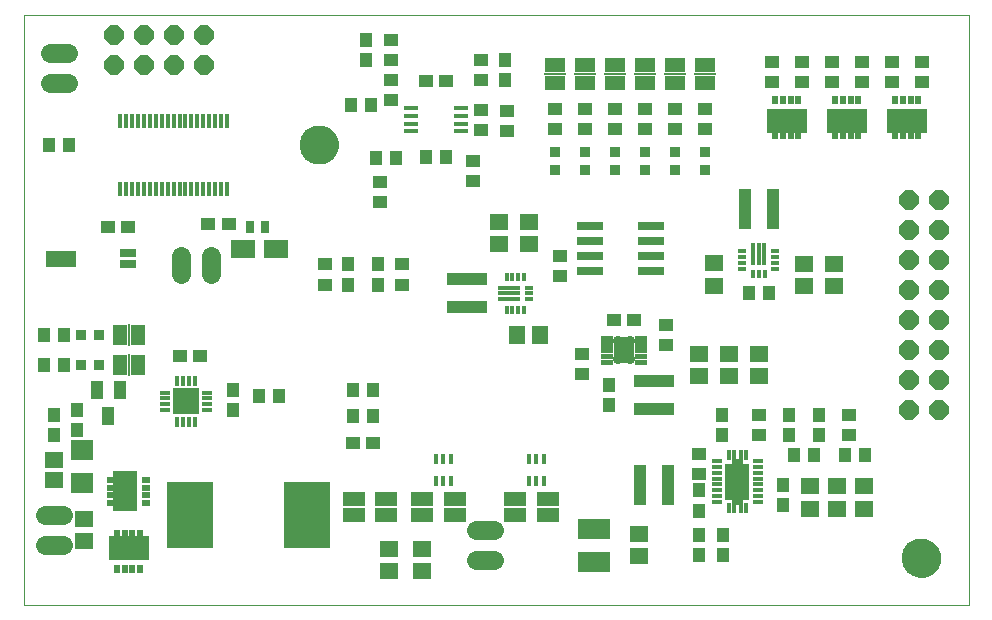
<source format=gts>
G75*
%MOIN*%
%OFA0B0*%
%FSLAX25Y25*%
%IPPOS*%
%LPD*%
%AMOC8*
5,1,8,0,0,1.08239X$1,22.5*
%
%ADD10C,0.00000*%
%ADD11C,0.12998*%
%ADD12R,0.01581X0.05124*%
%ADD13R,0.09061X0.02762*%
%ADD14R,0.01500X0.03500*%
%ADD15R,0.03500X0.01500*%
%ADD16R,0.08800X0.08800*%
%ADD17C,0.03400*%
%ADD18R,0.07400X0.01300*%
%ADD19R,0.01300X0.02800*%
%ADD20R,0.02800X0.01300*%
%ADD21R,0.05518X0.06306*%
%ADD22R,0.06306X0.05518*%
%ADD23R,0.04731X0.04337*%
%ADD24R,0.06699X0.08865*%
%ADD25C,0.00015*%
%ADD26C,0.03581*%
%ADD27C,0.03600*%
%ADD28R,0.13600X0.04200*%
%ADD29R,0.04337X0.04731*%
%ADD30R,0.03550X0.03550*%
%ADD31R,0.06700X0.05000*%
%ADD32R,0.07200X0.00600*%
%ADD33R,0.01300X0.07400*%
%ADD34R,0.04200X0.13600*%
%ADD35R,0.05124X0.01581*%
%ADD36R,0.01772X0.03543*%
%ADD37R,0.07200X0.04730*%
%ADD38R,0.08077X0.06306*%
%ADD39R,0.03156X0.03943*%
%ADD40R,0.05400X0.02900*%
%ADD41R,0.10400X0.05400*%
%ADD42R,0.01502X0.03746*%
%ADD43R,0.03746X0.01502*%
%ADD44R,0.08471X0.12408*%
%ADD45R,0.01306X0.04928*%
%ADD46R,0.03471X0.15557*%
%ADD47C,0.03187*%
%ADD48R,0.15557X0.22054*%
%ADD49R,0.02600X0.02400*%
%ADD50R,0.08000X0.13400*%
%ADD51R,0.02400X0.02600*%
%ADD52R,0.13400X0.08000*%
%ADD53R,0.05000X0.06700*%
%ADD54R,0.00600X0.07200*%
%ADD55R,0.11030X0.06699*%
%ADD56R,0.04337X0.05912*%
%ADD57R,0.07498X0.06699*%
%ADD58C,0.06400*%
%ADD59OC8,0.06400*%
D10*
X0027103Y0012487D02*
X0027103Y0209337D01*
X0342063Y0209337D01*
X0342063Y0012487D01*
X0027103Y0012487D01*
X0119229Y0166030D02*
X0119231Y0166188D01*
X0119237Y0166346D01*
X0119247Y0166504D01*
X0119261Y0166662D01*
X0119279Y0166819D01*
X0119300Y0166976D01*
X0119326Y0167132D01*
X0119356Y0167288D01*
X0119389Y0167443D01*
X0119427Y0167596D01*
X0119468Y0167749D01*
X0119513Y0167901D01*
X0119562Y0168052D01*
X0119615Y0168201D01*
X0119671Y0168349D01*
X0119731Y0168495D01*
X0119795Y0168640D01*
X0119863Y0168783D01*
X0119934Y0168925D01*
X0120008Y0169065D01*
X0120086Y0169202D01*
X0120168Y0169338D01*
X0120252Y0169472D01*
X0120341Y0169603D01*
X0120432Y0169732D01*
X0120527Y0169859D01*
X0120624Y0169984D01*
X0120725Y0170106D01*
X0120829Y0170225D01*
X0120936Y0170342D01*
X0121046Y0170456D01*
X0121159Y0170567D01*
X0121274Y0170676D01*
X0121392Y0170781D01*
X0121513Y0170883D01*
X0121636Y0170983D01*
X0121762Y0171079D01*
X0121890Y0171172D01*
X0122020Y0171262D01*
X0122153Y0171348D01*
X0122288Y0171432D01*
X0122424Y0171511D01*
X0122563Y0171588D01*
X0122704Y0171660D01*
X0122846Y0171730D01*
X0122990Y0171795D01*
X0123136Y0171857D01*
X0123283Y0171915D01*
X0123432Y0171970D01*
X0123582Y0172021D01*
X0123733Y0172068D01*
X0123885Y0172111D01*
X0124038Y0172150D01*
X0124193Y0172186D01*
X0124348Y0172217D01*
X0124504Y0172245D01*
X0124660Y0172269D01*
X0124817Y0172289D01*
X0124975Y0172305D01*
X0125132Y0172317D01*
X0125291Y0172325D01*
X0125449Y0172329D01*
X0125607Y0172329D01*
X0125765Y0172325D01*
X0125924Y0172317D01*
X0126081Y0172305D01*
X0126239Y0172289D01*
X0126396Y0172269D01*
X0126552Y0172245D01*
X0126708Y0172217D01*
X0126863Y0172186D01*
X0127018Y0172150D01*
X0127171Y0172111D01*
X0127323Y0172068D01*
X0127474Y0172021D01*
X0127624Y0171970D01*
X0127773Y0171915D01*
X0127920Y0171857D01*
X0128066Y0171795D01*
X0128210Y0171730D01*
X0128352Y0171660D01*
X0128493Y0171588D01*
X0128632Y0171511D01*
X0128768Y0171432D01*
X0128903Y0171348D01*
X0129036Y0171262D01*
X0129166Y0171172D01*
X0129294Y0171079D01*
X0129420Y0170983D01*
X0129543Y0170883D01*
X0129664Y0170781D01*
X0129782Y0170676D01*
X0129897Y0170567D01*
X0130010Y0170456D01*
X0130120Y0170342D01*
X0130227Y0170225D01*
X0130331Y0170106D01*
X0130432Y0169984D01*
X0130529Y0169859D01*
X0130624Y0169732D01*
X0130715Y0169603D01*
X0130804Y0169472D01*
X0130888Y0169338D01*
X0130970Y0169202D01*
X0131048Y0169065D01*
X0131122Y0168925D01*
X0131193Y0168783D01*
X0131261Y0168640D01*
X0131325Y0168495D01*
X0131385Y0168349D01*
X0131441Y0168201D01*
X0131494Y0168052D01*
X0131543Y0167901D01*
X0131588Y0167749D01*
X0131629Y0167596D01*
X0131667Y0167443D01*
X0131700Y0167288D01*
X0131730Y0167132D01*
X0131756Y0166976D01*
X0131777Y0166819D01*
X0131795Y0166662D01*
X0131809Y0166504D01*
X0131819Y0166346D01*
X0131825Y0166188D01*
X0131827Y0166030D01*
X0131825Y0165872D01*
X0131819Y0165714D01*
X0131809Y0165556D01*
X0131795Y0165398D01*
X0131777Y0165241D01*
X0131756Y0165084D01*
X0131730Y0164928D01*
X0131700Y0164772D01*
X0131667Y0164617D01*
X0131629Y0164464D01*
X0131588Y0164311D01*
X0131543Y0164159D01*
X0131494Y0164008D01*
X0131441Y0163859D01*
X0131385Y0163711D01*
X0131325Y0163565D01*
X0131261Y0163420D01*
X0131193Y0163277D01*
X0131122Y0163135D01*
X0131048Y0162995D01*
X0130970Y0162858D01*
X0130888Y0162722D01*
X0130804Y0162588D01*
X0130715Y0162457D01*
X0130624Y0162328D01*
X0130529Y0162201D01*
X0130432Y0162076D01*
X0130331Y0161954D01*
X0130227Y0161835D01*
X0130120Y0161718D01*
X0130010Y0161604D01*
X0129897Y0161493D01*
X0129782Y0161384D01*
X0129664Y0161279D01*
X0129543Y0161177D01*
X0129420Y0161077D01*
X0129294Y0160981D01*
X0129166Y0160888D01*
X0129036Y0160798D01*
X0128903Y0160712D01*
X0128768Y0160628D01*
X0128632Y0160549D01*
X0128493Y0160472D01*
X0128352Y0160400D01*
X0128210Y0160330D01*
X0128066Y0160265D01*
X0127920Y0160203D01*
X0127773Y0160145D01*
X0127624Y0160090D01*
X0127474Y0160039D01*
X0127323Y0159992D01*
X0127171Y0159949D01*
X0127018Y0159910D01*
X0126863Y0159874D01*
X0126708Y0159843D01*
X0126552Y0159815D01*
X0126396Y0159791D01*
X0126239Y0159771D01*
X0126081Y0159755D01*
X0125924Y0159743D01*
X0125765Y0159735D01*
X0125607Y0159731D01*
X0125449Y0159731D01*
X0125291Y0159735D01*
X0125132Y0159743D01*
X0124975Y0159755D01*
X0124817Y0159771D01*
X0124660Y0159791D01*
X0124504Y0159815D01*
X0124348Y0159843D01*
X0124193Y0159874D01*
X0124038Y0159910D01*
X0123885Y0159949D01*
X0123733Y0159992D01*
X0123582Y0160039D01*
X0123432Y0160090D01*
X0123283Y0160145D01*
X0123136Y0160203D01*
X0122990Y0160265D01*
X0122846Y0160330D01*
X0122704Y0160400D01*
X0122563Y0160472D01*
X0122424Y0160549D01*
X0122288Y0160628D01*
X0122153Y0160712D01*
X0122020Y0160798D01*
X0121890Y0160888D01*
X0121762Y0160981D01*
X0121636Y0161077D01*
X0121513Y0161177D01*
X0121392Y0161279D01*
X0121274Y0161384D01*
X0121159Y0161493D01*
X0121046Y0161604D01*
X0120936Y0161718D01*
X0120829Y0161835D01*
X0120725Y0161954D01*
X0120624Y0162076D01*
X0120527Y0162201D01*
X0120432Y0162328D01*
X0120341Y0162457D01*
X0120252Y0162588D01*
X0120168Y0162722D01*
X0120086Y0162858D01*
X0120008Y0162995D01*
X0119934Y0163135D01*
X0119863Y0163277D01*
X0119795Y0163420D01*
X0119731Y0163565D01*
X0119671Y0163711D01*
X0119615Y0163859D01*
X0119562Y0164008D01*
X0119513Y0164159D01*
X0119468Y0164311D01*
X0119427Y0164464D01*
X0119389Y0164617D01*
X0119356Y0164772D01*
X0119326Y0164928D01*
X0119300Y0165084D01*
X0119279Y0165241D01*
X0119261Y0165398D01*
X0119247Y0165556D01*
X0119237Y0165714D01*
X0119231Y0165872D01*
X0119229Y0166030D01*
X0320016Y0028235D02*
X0320018Y0028393D01*
X0320024Y0028551D01*
X0320034Y0028709D01*
X0320048Y0028867D01*
X0320066Y0029024D01*
X0320087Y0029181D01*
X0320113Y0029337D01*
X0320143Y0029493D01*
X0320176Y0029648D01*
X0320214Y0029801D01*
X0320255Y0029954D01*
X0320300Y0030106D01*
X0320349Y0030257D01*
X0320402Y0030406D01*
X0320458Y0030554D01*
X0320518Y0030700D01*
X0320582Y0030845D01*
X0320650Y0030988D01*
X0320721Y0031130D01*
X0320795Y0031270D01*
X0320873Y0031407D01*
X0320955Y0031543D01*
X0321039Y0031677D01*
X0321128Y0031808D01*
X0321219Y0031937D01*
X0321314Y0032064D01*
X0321411Y0032189D01*
X0321512Y0032311D01*
X0321616Y0032430D01*
X0321723Y0032547D01*
X0321833Y0032661D01*
X0321946Y0032772D01*
X0322061Y0032881D01*
X0322179Y0032986D01*
X0322300Y0033088D01*
X0322423Y0033188D01*
X0322549Y0033284D01*
X0322677Y0033377D01*
X0322807Y0033467D01*
X0322940Y0033553D01*
X0323075Y0033637D01*
X0323211Y0033716D01*
X0323350Y0033793D01*
X0323491Y0033865D01*
X0323633Y0033935D01*
X0323777Y0034000D01*
X0323923Y0034062D01*
X0324070Y0034120D01*
X0324219Y0034175D01*
X0324369Y0034226D01*
X0324520Y0034273D01*
X0324672Y0034316D01*
X0324825Y0034355D01*
X0324980Y0034391D01*
X0325135Y0034422D01*
X0325291Y0034450D01*
X0325447Y0034474D01*
X0325604Y0034494D01*
X0325762Y0034510D01*
X0325919Y0034522D01*
X0326078Y0034530D01*
X0326236Y0034534D01*
X0326394Y0034534D01*
X0326552Y0034530D01*
X0326711Y0034522D01*
X0326868Y0034510D01*
X0327026Y0034494D01*
X0327183Y0034474D01*
X0327339Y0034450D01*
X0327495Y0034422D01*
X0327650Y0034391D01*
X0327805Y0034355D01*
X0327958Y0034316D01*
X0328110Y0034273D01*
X0328261Y0034226D01*
X0328411Y0034175D01*
X0328560Y0034120D01*
X0328707Y0034062D01*
X0328853Y0034000D01*
X0328997Y0033935D01*
X0329139Y0033865D01*
X0329280Y0033793D01*
X0329419Y0033716D01*
X0329555Y0033637D01*
X0329690Y0033553D01*
X0329823Y0033467D01*
X0329953Y0033377D01*
X0330081Y0033284D01*
X0330207Y0033188D01*
X0330330Y0033088D01*
X0330451Y0032986D01*
X0330569Y0032881D01*
X0330684Y0032772D01*
X0330797Y0032661D01*
X0330907Y0032547D01*
X0331014Y0032430D01*
X0331118Y0032311D01*
X0331219Y0032189D01*
X0331316Y0032064D01*
X0331411Y0031937D01*
X0331502Y0031808D01*
X0331591Y0031677D01*
X0331675Y0031543D01*
X0331757Y0031407D01*
X0331835Y0031270D01*
X0331909Y0031130D01*
X0331980Y0030988D01*
X0332048Y0030845D01*
X0332112Y0030700D01*
X0332172Y0030554D01*
X0332228Y0030406D01*
X0332281Y0030257D01*
X0332330Y0030106D01*
X0332375Y0029954D01*
X0332416Y0029801D01*
X0332454Y0029648D01*
X0332487Y0029493D01*
X0332517Y0029337D01*
X0332543Y0029181D01*
X0332564Y0029024D01*
X0332582Y0028867D01*
X0332596Y0028709D01*
X0332606Y0028551D01*
X0332612Y0028393D01*
X0332614Y0028235D01*
X0332612Y0028077D01*
X0332606Y0027919D01*
X0332596Y0027761D01*
X0332582Y0027603D01*
X0332564Y0027446D01*
X0332543Y0027289D01*
X0332517Y0027133D01*
X0332487Y0026977D01*
X0332454Y0026822D01*
X0332416Y0026669D01*
X0332375Y0026516D01*
X0332330Y0026364D01*
X0332281Y0026213D01*
X0332228Y0026064D01*
X0332172Y0025916D01*
X0332112Y0025770D01*
X0332048Y0025625D01*
X0331980Y0025482D01*
X0331909Y0025340D01*
X0331835Y0025200D01*
X0331757Y0025063D01*
X0331675Y0024927D01*
X0331591Y0024793D01*
X0331502Y0024662D01*
X0331411Y0024533D01*
X0331316Y0024406D01*
X0331219Y0024281D01*
X0331118Y0024159D01*
X0331014Y0024040D01*
X0330907Y0023923D01*
X0330797Y0023809D01*
X0330684Y0023698D01*
X0330569Y0023589D01*
X0330451Y0023484D01*
X0330330Y0023382D01*
X0330207Y0023282D01*
X0330081Y0023186D01*
X0329953Y0023093D01*
X0329823Y0023003D01*
X0329690Y0022917D01*
X0329555Y0022833D01*
X0329419Y0022754D01*
X0329280Y0022677D01*
X0329139Y0022605D01*
X0328997Y0022535D01*
X0328853Y0022470D01*
X0328707Y0022408D01*
X0328560Y0022350D01*
X0328411Y0022295D01*
X0328261Y0022244D01*
X0328110Y0022197D01*
X0327958Y0022154D01*
X0327805Y0022115D01*
X0327650Y0022079D01*
X0327495Y0022048D01*
X0327339Y0022020D01*
X0327183Y0021996D01*
X0327026Y0021976D01*
X0326868Y0021960D01*
X0326711Y0021948D01*
X0326552Y0021940D01*
X0326394Y0021936D01*
X0326236Y0021936D01*
X0326078Y0021940D01*
X0325919Y0021948D01*
X0325762Y0021960D01*
X0325604Y0021976D01*
X0325447Y0021996D01*
X0325291Y0022020D01*
X0325135Y0022048D01*
X0324980Y0022079D01*
X0324825Y0022115D01*
X0324672Y0022154D01*
X0324520Y0022197D01*
X0324369Y0022244D01*
X0324219Y0022295D01*
X0324070Y0022350D01*
X0323923Y0022408D01*
X0323777Y0022470D01*
X0323633Y0022535D01*
X0323491Y0022605D01*
X0323350Y0022677D01*
X0323211Y0022754D01*
X0323075Y0022833D01*
X0322940Y0022917D01*
X0322807Y0023003D01*
X0322677Y0023093D01*
X0322549Y0023186D01*
X0322423Y0023282D01*
X0322300Y0023382D01*
X0322179Y0023484D01*
X0322061Y0023589D01*
X0321946Y0023698D01*
X0321833Y0023809D01*
X0321723Y0023923D01*
X0321616Y0024040D01*
X0321512Y0024159D01*
X0321411Y0024281D01*
X0321314Y0024406D01*
X0321219Y0024533D01*
X0321128Y0024662D01*
X0321039Y0024793D01*
X0320955Y0024927D01*
X0320873Y0025063D01*
X0320795Y0025200D01*
X0320721Y0025340D01*
X0320650Y0025482D01*
X0320582Y0025625D01*
X0320518Y0025770D01*
X0320458Y0025916D01*
X0320402Y0026064D01*
X0320349Y0026213D01*
X0320300Y0026364D01*
X0320255Y0026516D01*
X0320214Y0026669D01*
X0320176Y0026822D01*
X0320143Y0026977D01*
X0320113Y0027133D01*
X0320087Y0027289D01*
X0320066Y0027446D01*
X0320048Y0027603D01*
X0320034Y0027761D01*
X0320024Y0027919D01*
X0320018Y0028077D01*
X0320016Y0028235D01*
D11*
X0326315Y0028235D03*
X0125528Y0166030D03*
D12*
X0094819Y0173904D03*
X0092851Y0173904D03*
X0090882Y0173904D03*
X0088914Y0173904D03*
X0086945Y0173904D03*
X0084977Y0173904D03*
X0083008Y0173904D03*
X0081040Y0173904D03*
X0079071Y0173904D03*
X0077103Y0173904D03*
X0075134Y0173904D03*
X0073166Y0173904D03*
X0071197Y0173904D03*
X0069229Y0173904D03*
X0067260Y0173904D03*
X0065292Y0173904D03*
X0063323Y0173904D03*
X0061355Y0173904D03*
X0059386Y0173904D03*
X0059386Y0151069D03*
X0061355Y0151069D03*
X0063323Y0151069D03*
X0065292Y0151069D03*
X0067260Y0151069D03*
X0069229Y0151069D03*
X0071197Y0151069D03*
X0073166Y0151069D03*
X0075134Y0151069D03*
X0077103Y0151069D03*
X0079071Y0151069D03*
X0081040Y0151069D03*
X0083008Y0151069D03*
X0084977Y0151069D03*
X0086945Y0151069D03*
X0088914Y0151069D03*
X0090882Y0151069D03*
X0092851Y0151069D03*
X0094819Y0151069D03*
D13*
X0215764Y0138806D03*
X0215764Y0133806D03*
X0215764Y0128806D03*
X0215764Y0123806D03*
X0236237Y0123806D03*
X0236237Y0128806D03*
X0236237Y0133806D03*
X0236237Y0138806D03*
D14*
X0084229Y0087329D03*
X0082260Y0087329D03*
X0080292Y0087329D03*
X0078323Y0087329D03*
X0078323Y0073550D03*
X0080292Y0073550D03*
X0082260Y0073550D03*
X0084229Y0073550D03*
D15*
X0088166Y0077486D03*
X0088166Y0079455D03*
X0088166Y0081424D03*
X0088166Y0083393D03*
X0074386Y0083393D03*
X0074386Y0081424D03*
X0074386Y0079455D03*
X0074386Y0077486D03*
D16*
X0081276Y0080439D03*
D17*
X0079676Y0078839D03*
X0082876Y0078839D03*
X0082876Y0082039D03*
X0079676Y0082039D03*
D18*
X0188855Y0114495D03*
X0188855Y0116424D03*
X0188855Y0118353D03*
D19*
X0188087Y0121935D03*
X0190056Y0121935D03*
X0192024Y0121935D03*
X0193993Y0121935D03*
X0193993Y0110912D03*
X0192024Y0110912D03*
X0190056Y0110912D03*
X0188087Y0110912D03*
X0270134Y0122959D03*
X0272103Y0122959D03*
X0274071Y0122959D03*
D20*
X0277615Y0124534D03*
X0277615Y0126502D03*
X0277615Y0128471D03*
X0277615Y0130439D03*
X0266591Y0130439D03*
X0266591Y0128471D03*
X0266591Y0126502D03*
X0266591Y0124534D03*
X0195567Y0118392D03*
X0195567Y0116424D03*
X0195567Y0114455D03*
D21*
X0199150Y0102408D03*
X0191670Y0102408D03*
D22*
X0195567Y0132762D03*
X0185646Y0132762D03*
X0185646Y0140243D03*
X0195567Y0140243D03*
X0257103Y0126463D03*
X0257103Y0118983D03*
X0287103Y0118746D03*
X0297103Y0118746D03*
X0297103Y0126227D03*
X0287103Y0126227D03*
X0272103Y0096227D03*
X0272103Y0088746D03*
X0262103Y0088746D03*
X0262103Y0096227D03*
X0252103Y0096227D03*
X0252103Y0088746D03*
X0289150Y0052132D03*
X0298166Y0052132D03*
X0307182Y0052132D03*
X0307182Y0044652D03*
X0298166Y0044652D03*
X0289150Y0044652D03*
X0232103Y0036227D03*
X0232103Y0028746D03*
X0159977Y0031227D03*
X0148914Y0031227D03*
X0148914Y0023746D03*
X0159977Y0023746D03*
X0047103Y0033746D03*
X0047103Y0041227D03*
X0037103Y0054140D03*
X0037103Y0060833D03*
D23*
X0079308Y0095518D03*
X0086000Y0095518D03*
X0127497Y0119376D03*
X0127497Y0126069D03*
X0153087Y0126069D03*
X0153087Y0119376D03*
X0145882Y0146935D03*
X0145882Y0153628D03*
X0177040Y0153825D03*
X0177040Y0160518D03*
X0188083Y0170558D03*
X0179540Y0170951D03*
X0179540Y0177644D03*
X0188083Y0177250D03*
X0179540Y0187451D03*
X0179540Y0194144D03*
X0167886Y0187298D03*
X0161193Y0187298D03*
X0149540Y0187644D03*
X0149540Y0194180D03*
X0149540Y0200872D03*
X0149540Y0180951D03*
X0204150Y0177959D03*
X0204150Y0171266D03*
X0214150Y0171266D03*
X0214150Y0177959D03*
X0224150Y0177959D03*
X0224150Y0171266D03*
X0234150Y0171266D03*
X0234150Y0177959D03*
X0244150Y0177959D03*
X0254150Y0177959D03*
X0254150Y0171266D03*
X0244150Y0171266D03*
X0276473Y0186817D03*
X0276473Y0193510D03*
X0286473Y0193510D03*
X0286473Y0186817D03*
X0296473Y0186817D03*
X0296473Y0193510D03*
X0306473Y0193510D03*
X0306473Y0186817D03*
X0316473Y0186817D03*
X0316473Y0193510D03*
X0326473Y0193510D03*
X0326473Y0186817D03*
X0205922Y0128904D03*
X0205922Y0122211D03*
X0223756Y0107487D03*
X0230449Y0107487D03*
X0241119Y0105912D03*
X0241119Y0099219D03*
X0213166Y0096109D03*
X0213166Y0089416D03*
X0252103Y0062880D03*
X0252103Y0056187D03*
X0272103Y0069140D03*
X0272103Y0075833D03*
X0302103Y0075833D03*
X0302103Y0069140D03*
X0143638Y0066621D03*
X0136945Y0066621D03*
X0095410Y0139471D03*
X0088717Y0139471D03*
X0061945Y0138471D03*
X0055252Y0138471D03*
D24*
X0227103Y0097487D03*
D25*
X0231044Y0098231D02*
X0234678Y0098231D01*
X0234678Y0096743D01*
X0231044Y0096743D01*
X0231044Y0098231D01*
X0231044Y0096757D02*
X0234678Y0096757D01*
X0234678Y0096771D02*
X0231044Y0096771D01*
X0231044Y0096785D02*
X0234678Y0096785D01*
X0234678Y0096799D02*
X0231044Y0096799D01*
X0231044Y0096813D02*
X0234678Y0096813D01*
X0234678Y0096827D02*
X0231044Y0096827D01*
X0231044Y0096841D02*
X0234678Y0096841D01*
X0234678Y0096855D02*
X0231044Y0096855D01*
X0231044Y0096869D02*
X0234678Y0096869D01*
X0234678Y0096883D02*
X0231044Y0096883D01*
X0231044Y0096897D02*
X0234678Y0096897D01*
X0234678Y0096911D02*
X0231044Y0096911D01*
X0231044Y0096925D02*
X0234678Y0096925D01*
X0234678Y0096939D02*
X0231044Y0096939D01*
X0231044Y0096953D02*
X0234678Y0096953D01*
X0234678Y0096967D02*
X0231044Y0096967D01*
X0231044Y0096981D02*
X0234678Y0096981D01*
X0234678Y0096995D02*
X0231044Y0096995D01*
X0231044Y0097009D02*
X0234678Y0097009D01*
X0234678Y0097023D02*
X0231044Y0097023D01*
X0231044Y0097037D02*
X0234678Y0097037D01*
X0234678Y0097051D02*
X0231044Y0097051D01*
X0231044Y0097065D02*
X0234678Y0097065D01*
X0234678Y0097079D02*
X0231044Y0097079D01*
X0231044Y0097093D02*
X0234678Y0097093D01*
X0234678Y0097107D02*
X0231044Y0097107D01*
X0231044Y0097121D02*
X0234678Y0097121D01*
X0234678Y0097135D02*
X0231044Y0097135D01*
X0231044Y0097149D02*
X0234678Y0097149D01*
X0234678Y0097163D02*
X0231044Y0097163D01*
X0231044Y0097177D02*
X0234678Y0097177D01*
X0234678Y0097191D02*
X0231044Y0097191D01*
X0231044Y0097205D02*
X0234678Y0097205D01*
X0234678Y0097219D02*
X0231044Y0097219D01*
X0231044Y0097233D02*
X0234678Y0097233D01*
X0234678Y0097247D02*
X0231044Y0097247D01*
X0231044Y0097261D02*
X0234678Y0097261D01*
X0234678Y0097275D02*
X0231044Y0097275D01*
X0231044Y0097289D02*
X0234678Y0097289D01*
X0234678Y0097303D02*
X0231044Y0097303D01*
X0231044Y0097317D02*
X0234678Y0097317D01*
X0234678Y0097331D02*
X0231044Y0097331D01*
X0231044Y0097345D02*
X0234678Y0097345D01*
X0234678Y0097359D02*
X0231044Y0097359D01*
X0231044Y0097373D02*
X0234678Y0097373D01*
X0234678Y0097387D02*
X0231044Y0097387D01*
X0231044Y0097401D02*
X0234678Y0097401D01*
X0234678Y0097415D02*
X0231044Y0097415D01*
X0231044Y0097429D02*
X0234678Y0097429D01*
X0234678Y0097443D02*
X0231044Y0097443D01*
X0231044Y0097457D02*
X0234678Y0097457D01*
X0234678Y0097471D02*
X0231044Y0097471D01*
X0231044Y0097485D02*
X0234678Y0097485D01*
X0234678Y0097499D02*
X0231044Y0097499D01*
X0231044Y0097513D02*
X0234678Y0097513D01*
X0234678Y0097527D02*
X0231044Y0097527D01*
X0231044Y0097541D02*
X0234678Y0097541D01*
X0234678Y0097555D02*
X0231044Y0097555D01*
X0231044Y0097569D02*
X0234678Y0097569D01*
X0234678Y0097583D02*
X0231044Y0097583D01*
X0231044Y0097597D02*
X0234678Y0097597D01*
X0234678Y0097611D02*
X0231044Y0097611D01*
X0231044Y0097625D02*
X0234678Y0097625D01*
X0234678Y0097639D02*
X0231044Y0097639D01*
X0231044Y0097653D02*
X0234678Y0097653D01*
X0234678Y0097667D02*
X0231044Y0097667D01*
X0231044Y0097681D02*
X0234678Y0097681D01*
X0234678Y0097695D02*
X0231044Y0097695D01*
X0231044Y0097709D02*
X0234678Y0097709D01*
X0234678Y0097723D02*
X0231044Y0097723D01*
X0231044Y0097737D02*
X0234678Y0097737D01*
X0234678Y0097751D02*
X0231044Y0097751D01*
X0231044Y0097765D02*
X0234678Y0097765D01*
X0234678Y0097779D02*
X0231044Y0097779D01*
X0231044Y0097793D02*
X0234678Y0097793D01*
X0234678Y0097807D02*
X0231044Y0097807D01*
X0231044Y0097821D02*
X0234678Y0097821D01*
X0234678Y0097835D02*
X0231044Y0097835D01*
X0231044Y0097849D02*
X0234678Y0097849D01*
X0234678Y0097863D02*
X0231044Y0097863D01*
X0231044Y0097877D02*
X0234678Y0097877D01*
X0234678Y0097891D02*
X0231044Y0097891D01*
X0231044Y0097905D02*
X0234678Y0097905D01*
X0234678Y0097919D02*
X0231044Y0097919D01*
X0231044Y0097933D02*
X0234678Y0097933D01*
X0234678Y0097947D02*
X0231044Y0097947D01*
X0231044Y0097961D02*
X0234678Y0097961D01*
X0234678Y0097975D02*
X0231044Y0097975D01*
X0231044Y0097989D02*
X0234678Y0097989D01*
X0234678Y0098003D02*
X0231044Y0098003D01*
X0231044Y0098017D02*
X0234678Y0098017D01*
X0234678Y0098031D02*
X0231044Y0098031D01*
X0231044Y0098045D02*
X0234678Y0098045D01*
X0234678Y0098059D02*
X0231044Y0098059D01*
X0231044Y0098073D02*
X0234678Y0098073D01*
X0234678Y0098087D02*
X0231044Y0098087D01*
X0231044Y0098101D02*
X0234678Y0098101D01*
X0234678Y0098115D02*
X0231044Y0098115D01*
X0231044Y0098129D02*
X0234678Y0098129D01*
X0234678Y0098143D02*
X0231044Y0098143D01*
X0231044Y0098157D02*
X0234678Y0098157D01*
X0234678Y0098171D02*
X0231044Y0098171D01*
X0231044Y0098185D02*
X0234678Y0098185D01*
X0234678Y0098199D02*
X0231044Y0098199D01*
X0231044Y0098213D02*
X0234678Y0098213D01*
X0234678Y0098227D02*
X0231044Y0098227D01*
X0231044Y0100199D02*
X0234678Y0100199D01*
X0234678Y0098711D01*
X0231044Y0098711D01*
X0231044Y0100199D01*
X0231044Y0098725D02*
X0234678Y0098725D01*
X0234678Y0098739D02*
X0231044Y0098739D01*
X0231044Y0098753D02*
X0234678Y0098753D01*
X0234678Y0098767D02*
X0231044Y0098767D01*
X0231044Y0098781D02*
X0234678Y0098781D01*
X0234678Y0098795D02*
X0231044Y0098795D01*
X0231044Y0098809D02*
X0234678Y0098809D01*
X0234678Y0098823D02*
X0231044Y0098823D01*
X0231044Y0098837D02*
X0234678Y0098837D01*
X0234678Y0098851D02*
X0231044Y0098851D01*
X0231044Y0098865D02*
X0234678Y0098865D01*
X0234678Y0098879D02*
X0231044Y0098879D01*
X0231044Y0098893D02*
X0234678Y0098893D01*
X0234678Y0098907D02*
X0231044Y0098907D01*
X0231044Y0098921D02*
X0234678Y0098921D01*
X0234678Y0098935D02*
X0231044Y0098935D01*
X0231044Y0098949D02*
X0234678Y0098949D01*
X0234678Y0098963D02*
X0231044Y0098963D01*
X0231044Y0098977D02*
X0234678Y0098977D01*
X0234678Y0098991D02*
X0231044Y0098991D01*
X0231044Y0099005D02*
X0234678Y0099005D01*
X0234678Y0099019D02*
X0231044Y0099019D01*
X0231044Y0099033D02*
X0234678Y0099033D01*
X0234678Y0099047D02*
X0231044Y0099047D01*
X0231044Y0099061D02*
X0234678Y0099061D01*
X0234678Y0099075D02*
X0231044Y0099075D01*
X0231044Y0099089D02*
X0234678Y0099089D01*
X0234678Y0099103D02*
X0231044Y0099103D01*
X0231044Y0099117D02*
X0234678Y0099117D01*
X0234678Y0099131D02*
X0231044Y0099131D01*
X0231044Y0099145D02*
X0234678Y0099145D01*
X0234678Y0099159D02*
X0231044Y0099159D01*
X0231044Y0099173D02*
X0234678Y0099173D01*
X0234678Y0099187D02*
X0231044Y0099187D01*
X0231044Y0099201D02*
X0234678Y0099201D01*
X0234678Y0099215D02*
X0231044Y0099215D01*
X0231044Y0099229D02*
X0234678Y0099229D01*
X0234678Y0099243D02*
X0231044Y0099243D01*
X0231044Y0099257D02*
X0234678Y0099257D01*
X0234678Y0099271D02*
X0231044Y0099271D01*
X0231044Y0099285D02*
X0234678Y0099285D01*
X0234678Y0099299D02*
X0231044Y0099299D01*
X0231044Y0099313D02*
X0234678Y0099313D01*
X0234678Y0099327D02*
X0231044Y0099327D01*
X0231044Y0099341D02*
X0234678Y0099341D01*
X0234678Y0099355D02*
X0231044Y0099355D01*
X0231044Y0099369D02*
X0234678Y0099369D01*
X0234678Y0099383D02*
X0231044Y0099383D01*
X0231044Y0099397D02*
X0234678Y0099397D01*
X0234678Y0099411D02*
X0231044Y0099411D01*
X0231044Y0099425D02*
X0234678Y0099425D01*
X0234678Y0099439D02*
X0231044Y0099439D01*
X0231044Y0099453D02*
X0234678Y0099453D01*
X0234678Y0099467D02*
X0231044Y0099467D01*
X0231044Y0099481D02*
X0234678Y0099481D01*
X0234678Y0099495D02*
X0231044Y0099495D01*
X0231044Y0099509D02*
X0234678Y0099509D01*
X0234678Y0099523D02*
X0231044Y0099523D01*
X0231044Y0099537D02*
X0234678Y0099537D01*
X0234678Y0099551D02*
X0231044Y0099551D01*
X0231044Y0099565D02*
X0234678Y0099565D01*
X0234678Y0099579D02*
X0231044Y0099579D01*
X0231044Y0099593D02*
X0234678Y0099593D01*
X0234678Y0099607D02*
X0231044Y0099607D01*
X0231044Y0099621D02*
X0234678Y0099621D01*
X0234678Y0099635D02*
X0231044Y0099635D01*
X0231044Y0099649D02*
X0234678Y0099649D01*
X0234678Y0099663D02*
X0231044Y0099663D01*
X0231044Y0099677D02*
X0234678Y0099677D01*
X0234678Y0099691D02*
X0231044Y0099691D01*
X0231044Y0099705D02*
X0234678Y0099705D01*
X0234678Y0099719D02*
X0231044Y0099719D01*
X0231044Y0099733D02*
X0234678Y0099733D01*
X0234678Y0099747D02*
X0231044Y0099747D01*
X0231044Y0099761D02*
X0234678Y0099761D01*
X0234678Y0099775D02*
X0231044Y0099775D01*
X0231044Y0099789D02*
X0234678Y0099789D01*
X0234678Y0099803D02*
X0231044Y0099803D01*
X0231044Y0099817D02*
X0234678Y0099817D01*
X0234678Y0099831D02*
X0231044Y0099831D01*
X0231044Y0099845D02*
X0234678Y0099845D01*
X0234678Y0099859D02*
X0231044Y0099859D01*
X0231044Y0099873D02*
X0234678Y0099873D01*
X0234678Y0099887D02*
X0231044Y0099887D01*
X0231044Y0099901D02*
X0234678Y0099901D01*
X0234678Y0099915D02*
X0231044Y0099915D01*
X0231044Y0099929D02*
X0234678Y0099929D01*
X0234678Y0099943D02*
X0231044Y0099943D01*
X0231044Y0099957D02*
X0234678Y0099957D01*
X0234678Y0099971D02*
X0231044Y0099971D01*
X0231044Y0099985D02*
X0234678Y0099985D01*
X0234678Y0099999D02*
X0231044Y0099999D01*
X0231044Y0100013D02*
X0234678Y0100013D01*
X0234678Y0100027D02*
X0231044Y0100027D01*
X0231044Y0100041D02*
X0234678Y0100041D01*
X0234678Y0100055D02*
X0231044Y0100055D01*
X0231044Y0100069D02*
X0234678Y0100069D01*
X0234678Y0100083D02*
X0231044Y0100083D01*
X0231044Y0100097D02*
X0234678Y0100097D01*
X0234678Y0100111D02*
X0231044Y0100111D01*
X0231044Y0100125D02*
X0234678Y0100125D01*
X0234678Y0100139D02*
X0231044Y0100139D01*
X0231044Y0100153D02*
X0234678Y0100153D01*
X0234678Y0100167D02*
X0231044Y0100167D01*
X0231044Y0100181D02*
X0234678Y0100181D01*
X0234678Y0100195D02*
X0231044Y0100195D01*
X0231044Y0102168D02*
X0234678Y0102168D01*
X0234678Y0100680D01*
X0231044Y0100680D01*
X0231044Y0102168D01*
X0231044Y0100694D02*
X0234678Y0100694D01*
X0234678Y0100708D02*
X0231044Y0100708D01*
X0231044Y0100722D02*
X0234678Y0100722D01*
X0234678Y0100736D02*
X0231044Y0100736D01*
X0231044Y0100750D02*
X0234678Y0100750D01*
X0234678Y0100764D02*
X0231044Y0100764D01*
X0231044Y0100778D02*
X0234678Y0100778D01*
X0234678Y0100792D02*
X0231044Y0100792D01*
X0231044Y0100806D02*
X0234678Y0100806D01*
X0234678Y0100820D02*
X0231044Y0100820D01*
X0231044Y0100834D02*
X0234678Y0100834D01*
X0234678Y0100848D02*
X0231044Y0100848D01*
X0231044Y0100862D02*
X0234678Y0100862D01*
X0234678Y0100876D02*
X0231044Y0100876D01*
X0231044Y0100890D02*
X0234678Y0100890D01*
X0234678Y0100904D02*
X0231044Y0100904D01*
X0231044Y0100918D02*
X0234678Y0100918D01*
X0234678Y0100932D02*
X0231044Y0100932D01*
X0231044Y0100946D02*
X0234678Y0100946D01*
X0234678Y0100960D02*
X0231044Y0100960D01*
X0231044Y0100974D02*
X0234678Y0100974D01*
X0234678Y0100988D02*
X0231044Y0100988D01*
X0231044Y0101002D02*
X0234678Y0101002D01*
X0234678Y0101016D02*
X0231044Y0101016D01*
X0231044Y0101030D02*
X0234678Y0101030D01*
X0234678Y0101044D02*
X0231044Y0101044D01*
X0231044Y0101058D02*
X0234678Y0101058D01*
X0234678Y0101072D02*
X0231044Y0101072D01*
X0231044Y0101086D02*
X0234678Y0101086D01*
X0234678Y0101100D02*
X0231044Y0101100D01*
X0231044Y0101114D02*
X0234678Y0101114D01*
X0234678Y0101128D02*
X0231044Y0101128D01*
X0231044Y0101142D02*
X0234678Y0101142D01*
X0234678Y0101156D02*
X0231044Y0101156D01*
X0231044Y0101170D02*
X0234678Y0101170D01*
X0234678Y0101184D02*
X0231044Y0101184D01*
X0231044Y0101198D02*
X0234678Y0101198D01*
X0234678Y0101212D02*
X0231044Y0101212D01*
X0231044Y0101226D02*
X0234678Y0101226D01*
X0234678Y0101240D02*
X0231044Y0101240D01*
X0231044Y0101254D02*
X0234678Y0101254D01*
X0234678Y0101268D02*
X0231044Y0101268D01*
X0231044Y0101282D02*
X0234678Y0101282D01*
X0234678Y0101296D02*
X0231044Y0101296D01*
X0231044Y0101310D02*
X0234678Y0101310D01*
X0234678Y0101324D02*
X0231044Y0101324D01*
X0231044Y0101338D02*
X0234678Y0101338D01*
X0234678Y0101352D02*
X0231044Y0101352D01*
X0231044Y0101366D02*
X0234678Y0101366D01*
X0234678Y0101380D02*
X0231044Y0101380D01*
X0231044Y0101394D02*
X0234678Y0101394D01*
X0234678Y0101408D02*
X0231044Y0101408D01*
X0231044Y0101422D02*
X0234678Y0101422D01*
X0234678Y0101436D02*
X0231044Y0101436D01*
X0231044Y0101450D02*
X0234678Y0101450D01*
X0234678Y0101464D02*
X0231044Y0101464D01*
X0231044Y0101478D02*
X0234678Y0101478D01*
X0234678Y0101492D02*
X0231044Y0101492D01*
X0231044Y0101506D02*
X0234678Y0101506D01*
X0234678Y0101520D02*
X0231044Y0101520D01*
X0231044Y0101534D02*
X0234678Y0101534D01*
X0234678Y0101548D02*
X0231044Y0101548D01*
X0231044Y0101562D02*
X0234678Y0101562D01*
X0234678Y0101576D02*
X0231044Y0101576D01*
X0231044Y0101590D02*
X0234678Y0101590D01*
X0234678Y0101604D02*
X0231044Y0101604D01*
X0231044Y0101618D02*
X0234678Y0101618D01*
X0234678Y0101632D02*
X0231044Y0101632D01*
X0231044Y0101646D02*
X0234678Y0101646D01*
X0234678Y0101660D02*
X0231044Y0101660D01*
X0231044Y0101674D02*
X0234678Y0101674D01*
X0234678Y0101688D02*
X0231044Y0101688D01*
X0231044Y0101702D02*
X0234678Y0101702D01*
X0234678Y0101716D02*
X0231044Y0101716D01*
X0231044Y0101730D02*
X0234678Y0101730D01*
X0234678Y0101744D02*
X0231044Y0101744D01*
X0231044Y0101758D02*
X0234678Y0101758D01*
X0234678Y0101772D02*
X0231044Y0101772D01*
X0231044Y0101786D02*
X0234678Y0101786D01*
X0234678Y0101800D02*
X0231044Y0101800D01*
X0231044Y0101814D02*
X0234678Y0101814D01*
X0234678Y0101828D02*
X0231044Y0101828D01*
X0231044Y0101842D02*
X0234678Y0101842D01*
X0234678Y0101856D02*
X0231044Y0101856D01*
X0231044Y0101870D02*
X0234678Y0101870D01*
X0234678Y0101884D02*
X0231044Y0101884D01*
X0231044Y0101898D02*
X0234678Y0101898D01*
X0234678Y0101912D02*
X0231044Y0101912D01*
X0231044Y0101926D02*
X0234678Y0101926D01*
X0234678Y0101940D02*
X0231044Y0101940D01*
X0231044Y0101954D02*
X0234678Y0101954D01*
X0234678Y0101968D02*
X0231044Y0101968D01*
X0231044Y0101982D02*
X0234678Y0101982D01*
X0234678Y0101996D02*
X0231044Y0101996D01*
X0231044Y0102010D02*
X0234678Y0102010D01*
X0234678Y0102024D02*
X0231044Y0102024D01*
X0231044Y0102038D02*
X0234678Y0102038D01*
X0234678Y0102052D02*
X0231044Y0102052D01*
X0231044Y0102066D02*
X0234678Y0102066D01*
X0234678Y0102080D02*
X0231044Y0102080D01*
X0231044Y0102094D02*
X0234678Y0102094D01*
X0234678Y0102108D02*
X0231044Y0102108D01*
X0231044Y0102122D02*
X0234678Y0102122D01*
X0234678Y0102136D02*
X0231044Y0102136D01*
X0231044Y0102150D02*
X0234678Y0102150D01*
X0234678Y0102164D02*
X0231044Y0102164D01*
X0231044Y0096262D02*
X0234678Y0096262D01*
X0234678Y0094774D01*
X0231044Y0094774D01*
X0231044Y0096262D01*
X0231044Y0094788D02*
X0234678Y0094788D01*
X0234678Y0094802D02*
X0231044Y0094802D01*
X0231044Y0094816D02*
X0234678Y0094816D01*
X0234678Y0094830D02*
X0231044Y0094830D01*
X0231044Y0094844D02*
X0234678Y0094844D01*
X0234678Y0094858D02*
X0231044Y0094858D01*
X0231044Y0094872D02*
X0234678Y0094872D01*
X0234678Y0094886D02*
X0231044Y0094886D01*
X0231044Y0094900D02*
X0234678Y0094900D01*
X0234678Y0094914D02*
X0231044Y0094914D01*
X0231044Y0094928D02*
X0234678Y0094928D01*
X0234678Y0094942D02*
X0231044Y0094942D01*
X0231044Y0094956D02*
X0234678Y0094956D01*
X0234678Y0094970D02*
X0231044Y0094970D01*
X0231044Y0094984D02*
X0234678Y0094984D01*
X0234678Y0094998D02*
X0231044Y0094998D01*
X0231044Y0095012D02*
X0234678Y0095012D01*
X0234678Y0095026D02*
X0231044Y0095026D01*
X0231044Y0095040D02*
X0234678Y0095040D01*
X0234678Y0095054D02*
X0231044Y0095054D01*
X0231044Y0095068D02*
X0234678Y0095068D01*
X0234678Y0095082D02*
X0231044Y0095082D01*
X0231044Y0095096D02*
X0234678Y0095096D01*
X0234678Y0095110D02*
X0231044Y0095110D01*
X0231044Y0095124D02*
X0234678Y0095124D01*
X0234678Y0095138D02*
X0231044Y0095138D01*
X0231044Y0095152D02*
X0234678Y0095152D01*
X0234678Y0095166D02*
X0231044Y0095166D01*
X0231044Y0095180D02*
X0234678Y0095180D01*
X0234678Y0095194D02*
X0231044Y0095194D01*
X0231044Y0095208D02*
X0234678Y0095208D01*
X0234678Y0095222D02*
X0231044Y0095222D01*
X0231044Y0095236D02*
X0234678Y0095236D01*
X0234678Y0095250D02*
X0231044Y0095250D01*
X0231044Y0095264D02*
X0234678Y0095264D01*
X0234678Y0095278D02*
X0231044Y0095278D01*
X0231044Y0095292D02*
X0234678Y0095292D01*
X0234678Y0095306D02*
X0231044Y0095306D01*
X0231044Y0095320D02*
X0234678Y0095320D01*
X0234678Y0095334D02*
X0231044Y0095334D01*
X0231044Y0095348D02*
X0234678Y0095348D01*
X0234678Y0095362D02*
X0231044Y0095362D01*
X0231044Y0095376D02*
X0234678Y0095376D01*
X0234678Y0095390D02*
X0231044Y0095390D01*
X0231044Y0095404D02*
X0234678Y0095404D01*
X0234678Y0095418D02*
X0231044Y0095418D01*
X0231044Y0095432D02*
X0234678Y0095432D01*
X0234678Y0095446D02*
X0231044Y0095446D01*
X0231044Y0095460D02*
X0234678Y0095460D01*
X0234678Y0095474D02*
X0231044Y0095474D01*
X0231044Y0095488D02*
X0234678Y0095488D01*
X0234678Y0095502D02*
X0231044Y0095502D01*
X0231044Y0095516D02*
X0234678Y0095516D01*
X0234678Y0095530D02*
X0231044Y0095530D01*
X0231044Y0095544D02*
X0234678Y0095544D01*
X0234678Y0095558D02*
X0231044Y0095558D01*
X0231044Y0095572D02*
X0234678Y0095572D01*
X0234678Y0095586D02*
X0231044Y0095586D01*
X0231044Y0095600D02*
X0234678Y0095600D01*
X0234678Y0095614D02*
X0231044Y0095614D01*
X0231044Y0095628D02*
X0234678Y0095628D01*
X0234678Y0095642D02*
X0231044Y0095642D01*
X0231044Y0095656D02*
X0234678Y0095656D01*
X0234678Y0095670D02*
X0231044Y0095670D01*
X0231044Y0095684D02*
X0234678Y0095684D01*
X0234678Y0095698D02*
X0231044Y0095698D01*
X0231044Y0095712D02*
X0234678Y0095712D01*
X0234678Y0095726D02*
X0231044Y0095726D01*
X0231044Y0095740D02*
X0234678Y0095740D01*
X0234678Y0095754D02*
X0231044Y0095754D01*
X0231044Y0095768D02*
X0234678Y0095768D01*
X0234678Y0095782D02*
X0231044Y0095782D01*
X0231044Y0095796D02*
X0234678Y0095796D01*
X0234678Y0095810D02*
X0231044Y0095810D01*
X0231044Y0095824D02*
X0234678Y0095824D01*
X0234678Y0095838D02*
X0231044Y0095838D01*
X0231044Y0095852D02*
X0234678Y0095852D01*
X0234678Y0095866D02*
X0231044Y0095866D01*
X0231044Y0095880D02*
X0234678Y0095880D01*
X0234678Y0095894D02*
X0231044Y0095894D01*
X0231044Y0095908D02*
X0234678Y0095908D01*
X0234678Y0095922D02*
X0231044Y0095922D01*
X0231044Y0095936D02*
X0234678Y0095936D01*
X0234678Y0095950D02*
X0231044Y0095950D01*
X0231044Y0095964D02*
X0234678Y0095964D01*
X0234678Y0095978D02*
X0231044Y0095978D01*
X0231044Y0095992D02*
X0234678Y0095992D01*
X0234678Y0096006D02*
X0231044Y0096006D01*
X0231044Y0096020D02*
X0234678Y0096020D01*
X0234678Y0096034D02*
X0231044Y0096034D01*
X0231044Y0096048D02*
X0234678Y0096048D01*
X0234678Y0096062D02*
X0231044Y0096062D01*
X0231044Y0096076D02*
X0234678Y0096076D01*
X0234678Y0096090D02*
X0231044Y0096090D01*
X0231044Y0096104D02*
X0234678Y0096104D01*
X0234678Y0096118D02*
X0231044Y0096118D01*
X0231044Y0096132D02*
X0234678Y0096132D01*
X0234678Y0096146D02*
X0231044Y0096146D01*
X0231044Y0096160D02*
X0234678Y0096160D01*
X0234678Y0096174D02*
X0231044Y0096174D01*
X0231044Y0096188D02*
X0234678Y0096188D01*
X0234678Y0096202D02*
X0231044Y0096202D01*
X0231044Y0096216D02*
X0234678Y0096216D01*
X0234678Y0096230D02*
X0231044Y0096230D01*
X0231044Y0096244D02*
X0234678Y0096244D01*
X0234678Y0096258D02*
X0231044Y0096258D01*
X0231044Y0094294D02*
X0234678Y0094294D01*
X0234678Y0092806D01*
X0231044Y0092806D01*
X0231044Y0094294D01*
X0231044Y0092820D02*
X0234678Y0092820D01*
X0234678Y0092834D02*
X0231044Y0092834D01*
X0231044Y0092848D02*
X0234678Y0092848D01*
X0234678Y0092862D02*
X0231044Y0092862D01*
X0231044Y0092876D02*
X0234678Y0092876D01*
X0234678Y0092890D02*
X0231044Y0092890D01*
X0231044Y0092904D02*
X0234678Y0092904D01*
X0234678Y0092918D02*
X0231044Y0092918D01*
X0231044Y0092932D02*
X0234678Y0092932D01*
X0234678Y0092946D02*
X0231044Y0092946D01*
X0231044Y0092960D02*
X0234678Y0092960D01*
X0234678Y0092974D02*
X0231044Y0092974D01*
X0231044Y0092988D02*
X0234678Y0092988D01*
X0234678Y0093002D02*
X0231044Y0093002D01*
X0231044Y0093016D02*
X0234678Y0093016D01*
X0234678Y0093030D02*
X0231044Y0093030D01*
X0231044Y0093044D02*
X0234678Y0093044D01*
X0234678Y0093058D02*
X0231044Y0093058D01*
X0231044Y0093072D02*
X0234678Y0093072D01*
X0234678Y0093086D02*
X0231044Y0093086D01*
X0231044Y0093100D02*
X0234678Y0093100D01*
X0234678Y0093114D02*
X0231044Y0093114D01*
X0231044Y0093128D02*
X0234678Y0093128D01*
X0234678Y0093142D02*
X0231044Y0093142D01*
X0231044Y0093156D02*
X0234678Y0093156D01*
X0234678Y0093170D02*
X0231044Y0093170D01*
X0231044Y0093184D02*
X0234678Y0093184D01*
X0234678Y0093198D02*
X0231044Y0093198D01*
X0231044Y0093212D02*
X0234678Y0093212D01*
X0234678Y0093226D02*
X0231044Y0093226D01*
X0231044Y0093240D02*
X0234678Y0093240D01*
X0234678Y0093254D02*
X0231044Y0093254D01*
X0231044Y0093268D02*
X0234678Y0093268D01*
X0234678Y0093282D02*
X0231044Y0093282D01*
X0231044Y0093296D02*
X0234678Y0093296D01*
X0234678Y0093310D02*
X0231044Y0093310D01*
X0231044Y0093324D02*
X0234678Y0093324D01*
X0234678Y0093338D02*
X0231044Y0093338D01*
X0231044Y0093352D02*
X0234678Y0093352D01*
X0234678Y0093366D02*
X0231044Y0093366D01*
X0231044Y0093380D02*
X0234678Y0093380D01*
X0234678Y0093394D02*
X0231044Y0093394D01*
X0231044Y0093408D02*
X0234678Y0093408D01*
X0234678Y0093422D02*
X0231044Y0093422D01*
X0231044Y0093436D02*
X0234678Y0093436D01*
X0234678Y0093450D02*
X0231044Y0093450D01*
X0231044Y0093464D02*
X0234678Y0093464D01*
X0234678Y0093478D02*
X0231044Y0093478D01*
X0231044Y0093492D02*
X0234678Y0093492D01*
X0234678Y0093506D02*
X0231044Y0093506D01*
X0231044Y0093520D02*
X0234678Y0093520D01*
X0234678Y0093534D02*
X0231044Y0093534D01*
X0231044Y0093548D02*
X0234678Y0093548D01*
X0234678Y0093562D02*
X0231044Y0093562D01*
X0231044Y0093576D02*
X0234678Y0093576D01*
X0234678Y0093590D02*
X0231044Y0093590D01*
X0231044Y0093604D02*
X0234678Y0093604D01*
X0234678Y0093618D02*
X0231044Y0093618D01*
X0231044Y0093632D02*
X0234678Y0093632D01*
X0234678Y0093646D02*
X0231044Y0093646D01*
X0231044Y0093660D02*
X0234678Y0093660D01*
X0234678Y0093674D02*
X0231044Y0093674D01*
X0231044Y0093688D02*
X0234678Y0093688D01*
X0234678Y0093702D02*
X0231044Y0093702D01*
X0231044Y0093716D02*
X0234678Y0093716D01*
X0234678Y0093730D02*
X0231044Y0093730D01*
X0231044Y0093744D02*
X0234678Y0093744D01*
X0234678Y0093758D02*
X0231044Y0093758D01*
X0231044Y0093772D02*
X0234678Y0093772D01*
X0234678Y0093786D02*
X0231044Y0093786D01*
X0231044Y0093800D02*
X0234678Y0093800D01*
X0234678Y0093814D02*
X0231044Y0093814D01*
X0231044Y0093828D02*
X0234678Y0093828D01*
X0234678Y0093842D02*
X0231044Y0093842D01*
X0231044Y0093856D02*
X0234678Y0093856D01*
X0234678Y0093870D02*
X0231044Y0093870D01*
X0231044Y0093884D02*
X0234678Y0093884D01*
X0234678Y0093898D02*
X0231044Y0093898D01*
X0231044Y0093912D02*
X0234678Y0093912D01*
X0234678Y0093926D02*
X0231044Y0093926D01*
X0231044Y0093940D02*
X0234678Y0093940D01*
X0234678Y0093954D02*
X0231044Y0093954D01*
X0231044Y0093968D02*
X0234678Y0093968D01*
X0234678Y0093982D02*
X0231044Y0093982D01*
X0231044Y0093996D02*
X0234678Y0093996D01*
X0234678Y0094010D02*
X0231044Y0094010D01*
X0231044Y0094024D02*
X0234678Y0094024D01*
X0234678Y0094038D02*
X0231044Y0094038D01*
X0231044Y0094052D02*
X0234678Y0094052D01*
X0234678Y0094066D02*
X0231044Y0094066D01*
X0231044Y0094080D02*
X0234678Y0094080D01*
X0234678Y0094094D02*
X0231044Y0094094D01*
X0231044Y0094108D02*
X0234678Y0094108D01*
X0234678Y0094122D02*
X0231044Y0094122D01*
X0231044Y0094136D02*
X0234678Y0094136D01*
X0234678Y0094150D02*
X0231044Y0094150D01*
X0231044Y0094164D02*
X0234678Y0094164D01*
X0234678Y0094178D02*
X0231044Y0094178D01*
X0231044Y0094192D02*
X0234678Y0094192D01*
X0234678Y0094206D02*
X0231044Y0094206D01*
X0231044Y0094220D02*
X0234678Y0094220D01*
X0234678Y0094234D02*
X0231044Y0094234D01*
X0231044Y0094248D02*
X0234678Y0094248D01*
X0234678Y0094262D02*
X0231044Y0094262D01*
X0231044Y0094276D02*
X0234678Y0094276D01*
X0234678Y0094290D02*
X0231044Y0094290D01*
X0223162Y0094294D02*
X0219528Y0094294D01*
X0223162Y0094294D02*
X0223162Y0092806D01*
X0219528Y0092806D01*
X0219528Y0094294D01*
X0219528Y0092820D02*
X0223162Y0092820D01*
X0223162Y0092834D02*
X0219528Y0092834D01*
X0219528Y0092848D02*
X0223162Y0092848D01*
X0223162Y0092862D02*
X0219528Y0092862D01*
X0219528Y0092876D02*
X0223162Y0092876D01*
X0223162Y0092890D02*
X0219528Y0092890D01*
X0219528Y0092904D02*
X0223162Y0092904D01*
X0223162Y0092918D02*
X0219528Y0092918D01*
X0219528Y0092932D02*
X0223162Y0092932D01*
X0223162Y0092946D02*
X0219528Y0092946D01*
X0219528Y0092960D02*
X0223162Y0092960D01*
X0223162Y0092974D02*
X0219528Y0092974D01*
X0219528Y0092988D02*
X0223162Y0092988D01*
X0223162Y0093002D02*
X0219528Y0093002D01*
X0219528Y0093016D02*
X0223162Y0093016D01*
X0223162Y0093030D02*
X0219528Y0093030D01*
X0219528Y0093044D02*
X0223162Y0093044D01*
X0223162Y0093058D02*
X0219528Y0093058D01*
X0219528Y0093072D02*
X0223162Y0093072D01*
X0223162Y0093086D02*
X0219528Y0093086D01*
X0219528Y0093100D02*
X0223162Y0093100D01*
X0223162Y0093114D02*
X0219528Y0093114D01*
X0219528Y0093128D02*
X0223162Y0093128D01*
X0223162Y0093142D02*
X0219528Y0093142D01*
X0219528Y0093156D02*
X0223162Y0093156D01*
X0223162Y0093170D02*
X0219528Y0093170D01*
X0219528Y0093184D02*
X0223162Y0093184D01*
X0223162Y0093198D02*
X0219528Y0093198D01*
X0219528Y0093212D02*
X0223162Y0093212D01*
X0223162Y0093226D02*
X0219528Y0093226D01*
X0219528Y0093240D02*
X0223162Y0093240D01*
X0223162Y0093254D02*
X0219528Y0093254D01*
X0219528Y0093268D02*
X0223162Y0093268D01*
X0223162Y0093282D02*
X0219528Y0093282D01*
X0219528Y0093296D02*
X0223162Y0093296D01*
X0223162Y0093310D02*
X0219528Y0093310D01*
X0219528Y0093324D02*
X0223162Y0093324D01*
X0223162Y0093338D02*
X0219528Y0093338D01*
X0219528Y0093352D02*
X0223162Y0093352D01*
X0223162Y0093366D02*
X0219528Y0093366D01*
X0219528Y0093380D02*
X0223162Y0093380D01*
X0223162Y0093394D02*
X0219528Y0093394D01*
X0219528Y0093408D02*
X0223162Y0093408D01*
X0223162Y0093422D02*
X0219528Y0093422D01*
X0219528Y0093436D02*
X0223162Y0093436D01*
X0223162Y0093450D02*
X0219528Y0093450D01*
X0219528Y0093464D02*
X0223162Y0093464D01*
X0223162Y0093478D02*
X0219528Y0093478D01*
X0219528Y0093492D02*
X0223162Y0093492D01*
X0223162Y0093506D02*
X0219528Y0093506D01*
X0219528Y0093520D02*
X0223162Y0093520D01*
X0223162Y0093534D02*
X0219528Y0093534D01*
X0219528Y0093548D02*
X0223162Y0093548D01*
X0223162Y0093562D02*
X0219528Y0093562D01*
X0219528Y0093576D02*
X0223162Y0093576D01*
X0223162Y0093590D02*
X0219528Y0093590D01*
X0219528Y0093604D02*
X0223162Y0093604D01*
X0223162Y0093618D02*
X0219528Y0093618D01*
X0219528Y0093632D02*
X0223162Y0093632D01*
X0223162Y0093646D02*
X0219528Y0093646D01*
X0219528Y0093660D02*
X0223162Y0093660D01*
X0223162Y0093674D02*
X0219528Y0093674D01*
X0219528Y0093688D02*
X0223162Y0093688D01*
X0223162Y0093702D02*
X0219528Y0093702D01*
X0219528Y0093716D02*
X0223162Y0093716D01*
X0223162Y0093730D02*
X0219528Y0093730D01*
X0219528Y0093744D02*
X0223162Y0093744D01*
X0223162Y0093758D02*
X0219528Y0093758D01*
X0219528Y0093772D02*
X0223162Y0093772D01*
X0223162Y0093786D02*
X0219528Y0093786D01*
X0219528Y0093800D02*
X0223162Y0093800D01*
X0223162Y0093814D02*
X0219528Y0093814D01*
X0219528Y0093828D02*
X0223162Y0093828D01*
X0223162Y0093842D02*
X0219528Y0093842D01*
X0219528Y0093856D02*
X0223162Y0093856D01*
X0223162Y0093870D02*
X0219528Y0093870D01*
X0219528Y0093884D02*
X0223162Y0093884D01*
X0223162Y0093898D02*
X0219528Y0093898D01*
X0219528Y0093912D02*
X0223162Y0093912D01*
X0223162Y0093926D02*
X0219528Y0093926D01*
X0219528Y0093940D02*
X0223162Y0093940D01*
X0223162Y0093954D02*
X0219528Y0093954D01*
X0219528Y0093968D02*
X0223162Y0093968D01*
X0223162Y0093982D02*
X0219528Y0093982D01*
X0219528Y0093996D02*
X0223162Y0093996D01*
X0223162Y0094010D02*
X0219528Y0094010D01*
X0219528Y0094024D02*
X0223162Y0094024D01*
X0223162Y0094038D02*
X0219528Y0094038D01*
X0219528Y0094052D02*
X0223162Y0094052D01*
X0223162Y0094066D02*
X0219528Y0094066D01*
X0219528Y0094080D02*
X0223162Y0094080D01*
X0223162Y0094094D02*
X0219528Y0094094D01*
X0219528Y0094108D02*
X0223162Y0094108D01*
X0223162Y0094122D02*
X0219528Y0094122D01*
X0219528Y0094136D02*
X0223162Y0094136D01*
X0223162Y0094150D02*
X0219528Y0094150D01*
X0219528Y0094164D02*
X0223162Y0094164D01*
X0223162Y0094178D02*
X0219528Y0094178D01*
X0219528Y0094192D02*
X0223162Y0094192D01*
X0223162Y0094206D02*
X0219528Y0094206D01*
X0219528Y0094220D02*
X0223162Y0094220D01*
X0223162Y0094234D02*
X0219528Y0094234D01*
X0219528Y0094248D02*
X0223162Y0094248D01*
X0223162Y0094262D02*
X0219528Y0094262D01*
X0219528Y0094276D02*
X0223162Y0094276D01*
X0223162Y0094290D02*
X0219528Y0094290D01*
X0219528Y0096262D02*
X0223162Y0096262D01*
X0223162Y0094774D01*
X0219528Y0094774D01*
X0219528Y0096262D01*
X0219528Y0094788D02*
X0223162Y0094788D01*
X0223162Y0094802D02*
X0219528Y0094802D01*
X0219528Y0094816D02*
X0223162Y0094816D01*
X0223162Y0094830D02*
X0219528Y0094830D01*
X0219528Y0094844D02*
X0223162Y0094844D01*
X0223162Y0094858D02*
X0219528Y0094858D01*
X0219528Y0094872D02*
X0223162Y0094872D01*
X0223162Y0094886D02*
X0219528Y0094886D01*
X0219528Y0094900D02*
X0223162Y0094900D01*
X0223162Y0094914D02*
X0219528Y0094914D01*
X0219528Y0094928D02*
X0223162Y0094928D01*
X0223162Y0094942D02*
X0219528Y0094942D01*
X0219528Y0094956D02*
X0223162Y0094956D01*
X0223162Y0094970D02*
X0219528Y0094970D01*
X0219528Y0094984D02*
X0223162Y0094984D01*
X0223162Y0094998D02*
X0219528Y0094998D01*
X0219528Y0095012D02*
X0223162Y0095012D01*
X0223162Y0095026D02*
X0219528Y0095026D01*
X0219528Y0095040D02*
X0223162Y0095040D01*
X0223162Y0095054D02*
X0219528Y0095054D01*
X0219528Y0095068D02*
X0223162Y0095068D01*
X0223162Y0095082D02*
X0219528Y0095082D01*
X0219528Y0095096D02*
X0223162Y0095096D01*
X0223162Y0095110D02*
X0219528Y0095110D01*
X0219528Y0095124D02*
X0223162Y0095124D01*
X0223162Y0095138D02*
X0219528Y0095138D01*
X0219528Y0095152D02*
X0223162Y0095152D01*
X0223162Y0095166D02*
X0219528Y0095166D01*
X0219528Y0095180D02*
X0223162Y0095180D01*
X0223162Y0095194D02*
X0219528Y0095194D01*
X0219528Y0095208D02*
X0223162Y0095208D01*
X0223162Y0095222D02*
X0219528Y0095222D01*
X0219528Y0095236D02*
X0223162Y0095236D01*
X0223162Y0095250D02*
X0219528Y0095250D01*
X0219528Y0095264D02*
X0223162Y0095264D01*
X0223162Y0095278D02*
X0219528Y0095278D01*
X0219528Y0095292D02*
X0223162Y0095292D01*
X0223162Y0095306D02*
X0219528Y0095306D01*
X0219528Y0095320D02*
X0223162Y0095320D01*
X0223162Y0095334D02*
X0219528Y0095334D01*
X0219528Y0095348D02*
X0223162Y0095348D01*
X0223162Y0095362D02*
X0219528Y0095362D01*
X0219528Y0095376D02*
X0223162Y0095376D01*
X0223162Y0095390D02*
X0219528Y0095390D01*
X0219528Y0095404D02*
X0223162Y0095404D01*
X0223162Y0095418D02*
X0219528Y0095418D01*
X0219528Y0095432D02*
X0223162Y0095432D01*
X0223162Y0095446D02*
X0219528Y0095446D01*
X0219528Y0095460D02*
X0223162Y0095460D01*
X0223162Y0095474D02*
X0219528Y0095474D01*
X0219528Y0095488D02*
X0223162Y0095488D01*
X0223162Y0095502D02*
X0219528Y0095502D01*
X0219528Y0095516D02*
X0223162Y0095516D01*
X0223162Y0095530D02*
X0219528Y0095530D01*
X0219528Y0095544D02*
X0223162Y0095544D01*
X0223162Y0095558D02*
X0219528Y0095558D01*
X0219528Y0095572D02*
X0223162Y0095572D01*
X0223162Y0095586D02*
X0219528Y0095586D01*
X0219528Y0095600D02*
X0223162Y0095600D01*
X0223162Y0095614D02*
X0219528Y0095614D01*
X0219528Y0095628D02*
X0223162Y0095628D01*
X0223162Y0095642D02*
X0219528Y0095642D01*
X0219528Y0095656D02*
X0223162Y0095656D01*
X0223162Y0095670D02*
X0219528Y0095670D01*
X0219528Y0095684D02*
X0223162Y0095684D01*
X0223162Y0095698D02*
X0219528Y0095698D01*
X0219528Y0095712D02*
X0223162Y0095712D01*
X0223162Y0095726D02*
X0219528Y0095726D01*
X0219528Y0095740D02*
X0223162Y0095740D01*
X0223162Y0095754D02*
X0219528Y0095754D01*
X0219528Y0095768D02*
X0223162Y0095768D01*
X0223162Y0095782D02*
X0219528Y0095782D01*
X0219528Y0095796D02*
X0223162Y0095796D01*
X0223162Y0095810D02*
X0219528Y0095810D01*
X0219528Y0095824D02*
X0223162Y0095824D01*
X0223162Y0095838D02*
X0219528Y0095838D01*
X0219528Y0095852D02*
X0223162Y0095852D01*
X0223162Y0095866D02*
X0219528Y0095866D01*
X0219528Y0095880D02*
X0223162Y0095880D01*
X0223162Y0095894D02*
X0219528Y0095894D01*
X0219528Y0095908D02*
X0223162Y0095908D01*
X0223162Y0095922D02*
X0219528Y0095922D01*
X0219528Y0095936D02*
X0223162Y0095936D01*
X0223162Y0095950D02*
X0219528Y0095950D01*
X0219528Y0095964D02*
X0223162Y0095964D01*
X0223162Y0095978D02*
X0219528Y0095978D01*
X0219528Y0095992D02*
X0223162Y0095992D01*
X0223162Y0096006D02*
X0219528Y0096006D01*
X0219528Y0096020D02*
X0223162Y0096020D01*
X0223162Y0096034D02*
X0219528Y0096034D01*
X0219528Y0096048D02*
X0223162Y0096048D01*
X0223162Y0096062D02*
X0219528Y0096062D01*
X0219528Y0096076D02*
X0223162Y0096076D01*
X0223162Y0096090D02*
X0219528Y0096090D01*
X0219528Y0096104D02*
X0223162Y0096104D01*
X0223162Y0096118D02*
X0219528Y0096118D01*
X0219528Y0096132D02*
X0223162Y0096132D01*
X0223162Y0096146D02*
X0219528Y0096146D01*
X0219528Y0096160D02*
X0223162Y0096160D01*
X0223162Y0096174D02*
X0219528Y0096174D01*
X0219528Y0096188D02*
X0223162Y0096188D01*
X0223162Y0096202D02*
X0219528Y0096202D01*
X0219528Y0096216D02*
X0223162Y0096216D01*
X0223162Y0096230D02*
X0219528Y0096230D01*
X0219528Y0096244D02*
X0223162Y0096244D01*
X0223162Y0096258D02*
X0219528Y0096258D01*
X0219528Y0098231D02*
X0223162Y0098231D01*
X0223162Y0096743D01*
X0219528Y0096743D01*
X0219528Y0098231D01*
X0219528Y0096757D02*
X0223162Y0096757D01*
X0223162Y0096771D02*
X0219528Y0096771D01*
X0219528Y0096785D02*
X0223162Y0096785D01*
X0223162Y0096799D02*
X0219528Y0096799D01*
X0219528Y0096813D02*
X0223162Y0096813D01*
X0223162Y0096827D02*
X0219528Y0096827D01*
X0219528Y0096841D02*
X0223162Y0096841D01*
X0223162Y0096855D02*
X0219528Y0096855D01*
X0219528Y0096869D02*
X0223162Y0096869D01*
X0223162Y0096883D02*
X0219528Y0096883D01*
X0219528Y0096897D02*
X0223162Y0096897D01*
X0223162Y0096911D02*
X0219528Y0096911D01*
X0219528Y0096925D02*
X0223162Y0096925D01*
X0223162Y0096939D02*
X0219528Y0096939D01*
X0219528Y0096953D02*
X0223162Y0096953D01*
X0223162Y0096967D02*
X0219528Y0096967D01*
X0219528Y0096981D02*
X0223162Y0096981D01*
X0223162Y0096995D02*
X0219528Y0096995D01*
X0219528Y0097009D02*
X0223162Y0097009D01*
X0223162Y0097023D02*
X0219528Y0097023D01*
X0219528Y0097037D02*
X0223162Y0097037D01*
X0223162Y0097051D02*
X0219528Y0097051D01*
X0219528Y0097065D02*
X0223162Y0097065D01*
X0223162Y0097079D02*
X0219528Y0097079D01*
X0219528Y0097093D02*
X0223162Y0097093D01*
X0223162Y0097107D02*
X0219528Y0097107D01*
X0219528Y0097121D02*
X0223162Y0097121D01*
X0223162Y0097135D02*
X0219528Y0097135D01*
X0219528Y0097149D02*
X0223162Y0097149D01*
X0223162Y0097163D02*
X0219528Y0097163D01*
X0219528Y0097177D02*
X0223162Y0097177D01*
X0223162Y0097191D02*
X0219528Y0097191D01*
X0219528Y0097205D02*
X0223162Y0097205D01*
X0223162Y0097219D02*
X0219528Y0097219D01*
X0219528Y0097233D02*
X0223162Y0097233D01*
X0223162Y0097247D02*
X0219528Y0097247D01*
X0219528Y0097261D02*
X0223162Y0097261D01*
X0223162Y0097275D02*
X0219528Y0097275D01*
X0219528Y0097289D02*
X0223162Y0097289D01*
X0223162Y0097303D02*
X0219528Y0097303D01*
X0219528Y0097317D02*
X0223162Y0097317D01*
X0223162Y0097331D02*
X0219528Y0097331D01*
X0219528Y0097345D02*
X0223162Y0097345D01*
X0223162Y0097359D02*
X0219528Y0097359D01*
X0219528Y0097373D02*
X0223162Y0097373D01*
X0223162Y0097387D02*
X0219528Y0097387D01*
X0219528Y0097401D02*
X0223162Y0097401D01*
X0223162Y0097415D02*
X0219528Y0097415D01*
X0219528Y0097429D02*
X0223162Y0097429D01*
X0223162Y0097443D02*
X0219528Y0097443D01*
X0219528Y0097457D02*
X0223162Y0097457D01*
X0223162Y0097471D02*
X0219528Y0097471D01*
X0219528Y0097485D02*
X0223162Y0097485D01*
X0223162Y0097499D02*
X0219528Y0097499D01*
X0219528Y0097513D02*
X0223162Y0097513D01*
X0223162Y0097527D02*
X0219528Y0097527D01*
X0219528Y0097541D02*
X0223162Y0097541D01*
X0223162Y0097555D02*
X0219528Y0097555D01*
X0219528Y0097569D02*
X0223162Y0097569D01*
X0223162Y0097583D02*
X0219528Y0097583D01*
X0219528Y0097597D02*
X0223162Y0097597D01*
X0223162Y0097611D02*
X0219528Y0097611D01*
X0219528Y0097625D02*
X0223162Y0097625D01*
X0223162Y0097639D02*
X0219528Y0097639D01*
X0219528Y0097653D02*
X0223162Y0097653D01*
X0223162Y0097667D02*
X0219528Y0097667D01*
X0219528Y0097681D02*
X0223162Y0097681D01*
X0223162Y0097695D02*
X0219528Y0097695D01*
X0219528Y0097709D02*
X0223162Y0097709D01*
X0223162Y0097723D02*
X0219528Y0097723D01*
X0219528Y0097737D02*
X0223162Y0097737D01*
X0223162Y0097751D02*
X0219528Y0097751D01*
X0219528Y0097765D02*
X0223162Y0097765D01*
X0223162Y0097779D02*
X0219528Y0097779D01*
X0219528Y0097793D02*
X0223162Y0097793D01*
X0223162Y0097807D02*
X0219528Y0097807D01*
X0219528Y0097821D02*
X0223162Y0097821D01*
X0223162Y0097835D02*
X0219528Y0097835D01*
X0219528Y0097849D02*
X0223162Y0097849D01*
X0223162Y0097863D02*
X0219528Y0097863D01*
X0219528Y0097877D02*
X0223162Y0097877D01*
X0223162Y0097891D02*
X0219528Y0097891D01*
X0219528Y0097905D02*
X0223162Y0097905D01*
X0223162Y0097919D02*
X0219528Y0097919D01*
X0219528Y0097933D02*
X0223162Y0097933D01*
X0223162Y0097947D02*
X0219528Y0097947D01*
X0219528Y0097961D02*
X0223162Y0097961D01*
X0223162Y0097975D02*
X0219528Y0097975D01*
X0219528Y0097989D02*
X0223162Y0097989D01*
X0223162Y0098003D02*
X0219528Y0098003D01*
X0219528Y0098017D02*
X0223162Y0098017D01*
X0223162Y0098031D02*
X0219528Y0098031D01*
X0219528Y0098045D02*
X0223162Y0098045D01*
X0223162Y0098059D02*
X0219528Y0098059D01*
X0219528Y0098073D02*
X0223162Y0098073D01*
X0223162Y0098087D02*
X0219528Y0098087D01*
X0219528Y0098101D02*
X0223162Y0098101D01*
X0223162Y0098115D02*
X0219528Y0098115D01*
X0219528Y0098129D02*
X0223162Y0098129D01*
X0223162Y0098143D02*
X0219528Y0098143D01*
X0219528Y0098157D02*
X0223162Y0098157D01*
X0223162Y0098171D02*
X0219528Y0098171D01*
X0219528Y0098185D02*
X0223162Y0098185D01*
X0223162Y0098199D02*
X0219528Y0098199D01*
X0219528Y0098213D02*
X0223162Y0098213D01*
X0223162Y0098227D02*
X0219528Y0098227D01*
X0219528Y0100199D02*
X0223162Y0100199D01*
X0223162Y0098711D01*
X0219528Y0098711D01*
X0219528Y0100199D01*
X0219528Y0098725D02*
X0223162Y0098725D01*
X0223162Y0098739D02*
X0219528Y0098739D01*
X0219528Y0098753D02*
X0223162Y0098753D01*
X0223162Y0098767D02*
X0219528Y0098767D01*
X0219528Y0098781D02*
X0223162Y0098781D01*
X0223162Y0098795D02*
X0219528Y0098795D01*
X0219528Y0098809D02*
X0223162Y0098809D01*
X0223162Y0098823D02*
X0219528Y0098823D01*
X0219528Y0098837D02*
X0223162Y0098837D01*
X0223162Y0098851D02*
X0219528Y0098851D01*
X0219528Y0098865D02*
X0223162Y0098865D01*
X0223162Y0098879D02*
X0219528Y0098879D01*
X0219528Y0098893D02*
X0223162Y0098893D01*
X0223162Y0098907D02*
X0219528Y0098907D01*
X0219528Y0098921D02*
X0223162Y0098921D01*
X0223162Y0098935D02*
X0219528Y0098935D01*
X0219528Y0098949D02*
X0223162Y0098949D01*
X0223162Y0098963D02*
X0219528Y0098963D01*
X0219528Y0098977D02*
X0223162Y0098977D01*
X0223162Y0098991D02*
X0219528Y0098991D01*
X0219528Y0099005D02*
X0223162Y0099005D01*
X0223162Y0099019D02*
X0219528Y0099019D01*
X0219528Y0099033D02*
X0223162Y0099033D01*
X0223162Y0099047D02*
X0219528Y0099047D01*
X0219528Y0099061D02*
X0223162Y0099061D01*
X0223162Y0099075D02*
X0219528Y0099075D01*
X0219528Y0099089D02*
X0223162Y0099089D01*
X0223162Y0099103D02*
X0219528Y0099103D01*
X0219528Y0099117D02*
X0223162Y0099117D01*
X0223162Y0099131D02*
X0219528Y0099131D01*
X0219528Y0099145D02*
X0223162Y0099145D01*
X0223162Y0099159D02*
X0219528Y0099159D01*
X0219528Y0099173D02*
X0223162Y0099173D01*
X0223162Y0099187D02*
X0219528Y0099187D01*
X0219528Y0099201D02*
X0223162Y0099201D01*
X0223162Y0099215D02*
X0219528Y0099215D01*
X0219528Y0099229D02*
X0223162Y0099229D01*
X0223162Y0099243D02*
X0219528Y0099243D01*
X0219528Y0099257D02*
X0223162Y0099257D01*
X0223162Y0099271D02*
X0219528Y0099271D01*
X0219528Y0099285D02*
X0223162Y0099285D01*
X0223162Y0099299D02*
X0219528Y0099299D01*
X0219528Y0099313D02*
X0223162Y0099313D01*
X0223162Y0099327D02*
X0219528Y0099327D01*
X0219528Y0099341D02*
X0223162Y0099341D01*
X0223162Y0099355D02*
X0219528Y0099355D01*
X0219528Y0099369D02*
X0223162Y0099369D01*
X0223162Y0099383D02*
X0219528Y0099383D01*
X0219528Y0099397D02*
X0223162Y0099397D01*
X0223162Y0099411D02*
X0219528Y0099411D01*
X0219528Y0099425D02*
X0223162Y0099425D01*
X0223162Y0099439D02*
X0219528Y0099439D01*
X0219528Y0099453D02*
X0223162Y0099453D01*
X0223162Y0099467D02*
X0219528Y0099467D01*
X0219528Y0099481D02*
X0223162Y0099481D01*
X0223162Y0099495D02*
X0219528Y0099495D01*
X0219528Y0099509D02*
X0223162Y0099509D01*
X0223162Y0099523D02*
X0219528Y0099523D01*
X0219528Y0099537D02*
X0223162Y0099537D01*
X0223162Y0099551D02*
X0219528Y0099551D01*
X0219528Y0099565D02*
X0223162Y0099565D01*
X0223162Y0099579D02*
X0219528Y0099579D01*
X0219528Y0099593D02*
X0223162Y0099593D01*
X0223162Y0099607D02*
X0219528Y0099607D01*
X0219528Y0099621D02*
X0223162Y0099621D01*
X0223162Y0099635D02*
X0219528Y0099635D01*
X0219528Y0099649D02*
X0223162Y0099649D01*
X0223162Y0099663D02*
X0219528Y0099663D01*
X0219528Y0099677D02*
X0223162Y0099677D01*
X0223162Y0099691D02*
X0219528Y0099691D01*
X0219528Y0099705D02*
X0223162Y0099705D01*
X0223162Y0099719D02*
X0219528Y0099719D01*
X0219528Y0099733D02*
X0223162Y0099733D01*
X0223162Y0099747D02*
X0219528Y0099747D01*
X0219528Y0099761D02*
X0223162Y0099761D01*
X0223162Y0099775D02*
X0219528Y0099775D01*
X0219528Y0099789D02*
X0223162Y0099789D01*
X0223162Y0099803D02*
X0219528Y0099803D01*
X0219528Y0099817D02*
X0223162Y0099817D01*
X0223162Y0099831D02*
X0219528Y0099831D01*
X0219528Y0099845D02*
X0223162Y0099845D01*
X0223162Y0099859D02*
X0219528Y0099859D01*
X0219528Y0099873D02*
X0223162Y0099873D01*
X0223162Y0099887D02*
X0219528Y0099887D01*
X0219528Y0099901D02*
X0223162Y0099901D01*
X0223162Y0099915D02*
X0219528Y0099915D01*
X0219528Y0099929D02*
X0223162Y0099929D01*
X0223162Y0099943D02*
X0219528Y0099943D01*
X0219528Y0099957D02*
X0223162Y0099957D01*
X0223162Y0099971D02*
X0219528Y0099971D01*
X0219528Y0099985D02*
X0223162Y0099985D01*
X0223162Y0099999D02*
X0219528Y0099999D01*
X0219528Y0100013D02*
X0223162Y0100013D01*
X0223162Y0100027D02*
X0219528Y0100027D01*
X0219528Y0100041D02*
X0223162Y0100041D01*
X0223162Y0100055D02*
X0219528Y0100055D01*
X0219528Y0100069D02*
X0223162Y0100069D01*
X0223162Y0100083D02*
X0219528Y0100083D01*
X0219528Y0100097D02*
X0223162Y0100097D01*
X0223162Y0100111D02*
X0219528Y0100111D01*
X0219528Y0100125D02*
X0223162Y0100125D01*
X0223162Y0100139D02*
X0219528Y0100139D01*
X0219528Y0100153D02*
X0223162Y0100153D01*
X0223162Y0100167D02*
X0219528Y0100167D01*
X0219528Y0100181D02*
X0223162Y0100181D01*
X0223162Y0100195D02*
X0219528Y0100195D01*
X0219528Y0102168D02*
X0223162Y0102168D01*
X0223162Y0100680D01*
X0219528Y0100680D01*
X0219528Y0102168D01*
X0219528Y0100694D02*
X0223162Y0100694D01*
X0223162Y0100708D02*
X0219528Y0100708D01*
X0219528Y0100722D02*
X0223162Y0100722D01*
X0223162Y0100736D02*
X0219528Y0100736D01*
X0219528Y0100750D02*
X0223162Y0100750D01*
X0223162Y0100764D02*
X0219528Y0100764D01*
X0219528Y0100778D02*
X0223162Y0100778D01*
X0223162Y0100792D02*
X0219528Y0100792D01*
X0219528Y0100806D02*
X0223162Y0100806D01*
X0223162Y0100820D02*
X0219528Y0100820D01*
X0219528Y0100834D02*
X0223162Y0100834D01*
X0223162Y0100848D02*
X0219528Y0100848D01*
X0219528Y0100862D02*
X0223162Y0100862D01*
X0223162Y0100876D02*
X0219528Y0100876D01*
X0219528Y0100890D02*
X0223162Y0100890D01*
X0223162Y0100904D02*
X0219528Y0100904D01*
X0219528Y0100918D02*
X0223162Y0100918D01*
X0223162Y0100932D02*
X0219528Y0100932D01*
X0219528Y0100946D02*
X0223162Y0100946D01*
X0223162Y0100960D02*
X0219528Y0100960D01*
X0219528Y0100974D02*
X0223162Y0100974D01*
X0223162Y0100988D02*
X0219528Y0100988D01*
X0219528Y0101002D02*
X0223162Y0101002D01*
X0223162Y0101016D02*
X0219528Y0101016D01*
X0219528Y0101030D02*
X0223162Y0101030D01*
X0223162Y0101044D02*
X0219528Y0101044D01*
X0219528Y0101058D02*
X0223162Y0101058D01*
X0223162Y0101072D02*
X0219528Y0101072D01*
X0219528Y0101086D02*
X0223162Y0101086D01*
X0223162Y0101100D02*
X0219528Y0101100D01*
X0219528Y0101114D02*
X0223162Y0101114D01*
X0223162Y0101128D02*
X0219528Y0101128D01*
X0219528Y0101142D02*
X0223162Y0101142D01*
X0223162Y0101156D02*
X0219528Y0101156D01*
X0219528Y0101170D02*
X0223162Y0101170D01*
X0223162Y0101184D02*
X0219528Y0101184D01*
X0219528Y0101198D02*
X0223162Y0101198D01*
X0223162Y0101212D02*
X0219528Y0101212D01*
X0219528Y0101226D02*
X0223162Y0101226D01*
X0223162Y0101240D02*
X0219528Y0101240D01*
X0219528Y0101254D02*
X0223162Y0101254D01*
X0223162Y0101268D02*
X0219528Y0101268D01*
X0219528Y0101282D02*
X0223162Y0101282D01*
X0223162Y0101296D02*
X0219528Y0101296D01*
X0219528Y0101310D02*
X0223162Y0101310D01*
X0223162Y0101324D02*
X0219528Y0101324D01*
X0219528Y0101338D02*
X0223162Y0101338D01*
X0223162Y0101352D02*
X0219528Y0101352D01*
X0219528Y0101366D02*
X0223162Y0101366D01*
X0223162Y0101380D02*
X0219528Y0101380D01*
X0219528Y0101394D02*
X0223162Y0101394D01*
X0223162Y0101408D02*
X0219528Y0101408D01*
X0219528Y0101422D02*
X0223162Y0101422D01*
X0223162Y0101436D02*
X0219528Y0101436D01*
X0219528Y0101450D02*
X0223162Y0101450D01*
X0223162Y0101464D02*
X0219528Y0101464D01*
X0219528Y0101478D02*
X0223162Y0101478D01*
X0223162Y0101492D02*
X0219528Y0101492D01*
X0219528Y0101506D02*
X0223162Y0101506D01*
X0223162Y0101520D02*
X0219528Y0101520D01*
X0219528Y0101534D02*
X0223162Y0101534D01*
X0223162Y0101548D02*
X0219528Y0101548D01*
X0219528Y0101562D02*
X0223162Y0101562D01*
X0223162Y0101576D02*
X0219528Y0101576D01*
X0219528Y0101590D02*
X0223162Y0101590D01*
X0223162Y0101604D02*
X0219528Y0101604D01*
X0219528Y0101618D02*
X0223162Y0101618D01*
X0223162Y0101632D02*
X0219528Y0101632D01*
X0219528Y0101646D02*
X0223162Y0101646D01*
X0223162Y0101660D02*
X0219528Y0101660D01*
X0219528Y0101674D02*
X0223162Y0101674D01*
X0223162Y0101688D02*
X0219528Y0101688D01*
X0219528Y0101702D02*
X0223162Y0101702D01*
X0223162Y0101716D02*
X0219528Y0101716D01*
X0219528Y0101730D02*
X0223162Y0101730D01*
X0223162Y0101744D02*
X0219528Y0101744D01*
X0219528Y0101758D02*
X0223162Y0101758D01*
X0223162Y0101772D02*
X0219528Y0101772D01*
X0219528Y0101786D02*
X0223162Y0101786D01*
X0223162Y0101800D02*
X0219528Y0101800D01*
X0219528Y0101814D02*
X0223162Y0101814D01*
X0223162Y0101828D02*
X0219528Y0101828D01*
X0219528Y0101842D02*
X0223162Y0101842D01*
X0223162Y0101856D02*
X0219528Y0101856D01*
X0219528Y0101870D02*
X0223162Y0101870D01*
X0223162Y0101884D02*
X0219528Y0101884D01*
X0219528Y0101898D02*
X0223162Y0101898D01*
X0223162Y0101912D02*
X0219528Y0101912D01*
X0219528Y0101926D02*
X0223162Y0101926D01*
X0223162Y0101940D02*
X0219528Y0101940D01*
X0219528Y0101954D02*
X0223162Y0101954D01*
X0223162Y0101968D02*
X0219528Y0101968D01*
X0219528Y0101982D02*
X0223162Y0101982D01*
X0223162Y0101996D02*
X0219528Y0101996D01*
X0219528Y0102010D02*
X0223162Y0102010D01*
X0223162Y0102024D02*
X0219528Y0102024D01*
X0219528Y0102038D02*
X0223162Y0102038D01*
X0223162Y0102052D02*
X0219528Y0102052D01*
X0219528Y0102066D02*
X0223162Y0102066D01*
X0223162Y0102080D02*
X0219528Y0102080D01*
X0219528Y0102094D02*
X0223162Y0102094D01*
X0223162Y0102108D02*
X0219528Y0102108D01*
X0219528Y0102122D02*
X0223162Y0102122D01*
X0223162Y0102136D02*
X0219528Y0102136D01*
X0219528Y0102150D02*
X0223162Y0102150D01*
X0223162Y0102164D02*
X0219528Y0102164D01*
D26*
X0227103Y0097487D03*
X0229103Y0100487D03*
X0229103Y0094487D03*
X0225103Y0094487D03*
D27*
X0225103Y0100487D03*
D28*
X0237103Y0087137D03*
X0237103Y0077837D03*
X0175056Y0111774D03*
X0175056Y0121074D03*
D29*
X0145213Y0119376D03*
X0145213Y0126069D03*
X0135371Y0126069D03*
X0135371Y0119376D03*
X0136945Y0084337D03*
X0143638Y0084337D03*
X0143638Y0075479D03*
X0136945Y0075479D03*
X0112142Y0082369D03*
X0105449Y0082369D03*
X0097024Y0084101D03*
X0097024Y0077408D03*
X0044937Y0077447D03*
X0044937Y0070754D03*
X0037103Y0069140D03*
X0037103Y0075833D03*
X0040449Y0092487D03*
X0033756Y0092487D03*
X0033756Y0102487D03*
X0040449Y0102487D03*
X0042260Y0165872D03*
X0035567Y0165872D03*
X0136193Y0179298D03*
X0142886Y0179298D03*
X0141276Y0194180D03*
X0141276Y0200872D03*
X0187540Y0194144D03*
X0187540Y0187451D03*
X0167886Y0161798D03*
X0161193Y0161798D03*
X0151213Y0161498D03*
X0144520Y0161498D03*
X0222103Y0085833D03*
X0222103Y0079140D03*
X0260056Y0075833D03*
X0260056Y0069140D03*
X0282103Y0069140D03*
X0292103Y0069140D03*
X0292103Y0075833D03*
X0282103Y0075833D03*
X0283756Y0062487D03*
X0290449Y0062487D03*
X0300804Y0062408D03*
X0307497Y0062408D03*
X0280134Y0052723D03*
X0280134Y0046030D03*
X0260134Y0035833D03*
X0252103Y0035833D03*
X0252103Y0029140D03*
X0260134Y0029140D03*
X0252103Y0044061D03*
X0252103Y0050754D03*
X0268756Y0116502D03*
X0275449Y0116502D03*
D30*
X0254150Y0157644D03*
X0244150Y0157644D03*
X0244150Y0163550D03*
X0254150Y0163550D03*
X0234150Y0163550D03*
X0234150Y0157644D03*
X0224150Y0157644D03*
X0224150Y0163550D03*
X0214150Y0163550D03*
X0214150Y0157644D03*
X0204150Y0157644D03*
X0204150Y0163550D03*
X0052103Y0102487D03*
X0046197Y0102487D03*
X0046197Y0092487D03*
X0052103Y0092487D03*
D31*
X0204150Y0186613D03*
X0204150Y0192613D03*
X0214150Y0192613D03*
X0214150Y0186613D03*
X0224150Y0186613D03*
X0224150Y0192613D03*
X0234150Y0192613D03*
X0234150Y0186613D03*
X0244150Y0186613D03*
X0254150Y0186613D03*
X0254150Y0192613D03*
X0244150Y0192613D03*
D32*
X0244150Y0189613D03*
X0254150Y0189613D03*
X0234150Y0189613D03*
X0224150Y0189613D03*
X0214150Y0189613D03*
X0204150Y0189613D03*
D33*
X0270174Y0129672D03*
X0272103Y0129672D03*
X0274032Y0129672D03*
D34*
X0276753Y0144455D03*
X0267453Y0144455D03*
X0241753Y0052487D03*
X0232453Y0052487D03*
D35*
X0172855Y0170463D03*
X0172855Y0173022D03*
X0172855Y0175581D03*
X0172855Y0178140D03*
X0156221Y0178140D03*
X0156221Y0175581D03*
X0156221Y0173022D03*
X0156221Y0170463D03*
D36*
X0164465Y0061227D03*
X0167024Y0061227D03*
X0169583Y0061227D03*
X0169583Y0053746D03*
X0167024Y0053746D03*
X0164465Y0053746D03*
X0195449Y0053746D03*
X0198008Y0053746D03*
X0200567Y0053746D03*
X0200567Y0061227D03*
X0198008Y0061227D03*
X0195449Y0061227D03*
D37*
X0191040Y0047997D03*
X0191040Y0042487D03*
X0201870Y0042487D03*
X0201870Y0047997D03*
X0170886Y0047997D03*
X0170886Y0042487D03*
X0160056Y0042487D03*
X0160056Y0047997D03*
X0147933Y0047997D03*
X0147933Y0042487D03*
X0137103Y0042487D03*
X0137103Y0047997D03*
D38*
X0111178Y0131187D03*
X0100351Y0131187D03*
D39*
X0102575Y0138550D03*
X0107693Y0138550D03*
D40*
X0062024Y0129888D03*
X0062024Y0126187D03*
D41*
X0039465Y0128038D03*
D42*
X0262103Y0062487D03*
X0268008Y0062487D03*
X0268008Y0044967D03*
X0262103Y0044967D03*
D43*
X0258264Y0046837D03*
X0258264Y0048806D03*
X0258264Y0050774D03*
X0258264Y0052743D03*
X0258264Y0054711D03*
X0258264Y0056680D03*
X0258264Y0058648D03*
X0258264Y0060617D03*
X0271847Y0060617D03*
X0271847Y0058648D03*
X0271847Y0056680D03*
X0271847Y0054711D03*
X0271847Y0052743D03*
X0271847Y0050774D03*
X0271847Y0048806D03*
X0271847Y0046837D03*
D44*
X0265056Y0053727D03*
D45*
X0266138Y0045558D03*
X0263973Y0045558D03*
X0263973Y0061896D03*
X0266138Y0061896D03*
D46*
X0265056Y0053727D03*
D47*
X0267024Y0053727D03*
X0263087Y0053727D03*
X0263087Y0049790D03*
X0267024Y0049790D03*
X0267024Y0057664D03*
X0263087Y0057664D03*
D48*
X0121689Y0042487D03*
X0082516Y0042487D03*
D49*
X0067772Y0046601D03*
X0067772Y0049160D03*
X0067772Y0051719D03*
X0067772Y0054278D03*
X0056197Y0054278D03*
X0056197Y0051719D03*
X0056197Y0049160D03*
X0056197Y0046601D03*
D50*
X0060785Y0050439D03*
D51*
X0060823Y0036227D03*
X0058264Y0036227D03*
X0063382Y0036227D03*
X0065941Y0036227D03*
X0065941Y0024652D03*
X0063382Y0024652D03*
X0060823Y0024652D03*
X0058264Y0024652D03*
X0277634Y0169376D03*
X0280193Y0169376D03*
X0282752Y0169376D03*
X0285312Y0169376D03*
X0297634Y0169376D03*
X0300193Y0169376D03*
X0302752Y0169376D03*
X0305312Y0169376D03*
X0317634Y0169376D03*
X0320193Y0169376D03*
X0322752Y0169376D03*
X0325312Y0169376D03*
X0325312Y0180951D03*
X0322752Y0180951D03*
X0320193Y0180951D03*
X0317634Y0180951D03*
X0305312Y0180951D03*
X0302752Y0180951D03*
X0300193Y0180951D03*
X0297634Y0180951D03*
X0285312Y0180951D03*
X0282752Y0180951D03*
X0280193Y0180951D03*
X0277634Y0180951D03*
D52*
X0281473Y0173964D03*
X0301473Y0173964D03*
X0321473Y0173964D03*
X0062103Y0031639D03*
D53*
X0059182Y0092487D03*
X0065182Y0092487D03*
X0065182Y0102487D03*
X0059182Y0102487D03*
D54*
X0062182Y0102487D03*
X0062182Y0092487D03*
D55*
X0217103Y0037998D03*
X0217103Y0026975D03*
D56*
X0059111Y0084180D03*
X0051630Y0084180D03*
X0055371Y0075518D03*
D57*
X0046434Y0064384D03*
X0046434Y0053187D03*
D58*
X0040103Y0042487D02*
X0034103Y0042487D01*
X0034103Y0032487D02*
X0040103Y0032487D01*
X0178040Y0037487D02*
X0184040Y0037487D01*
X0184040Y0027487D02*
X0178040Y0027487D01*
X0089465Y0122802D02*
X0089465Y0128802D01*
X0079465Y0128802D02*
X0079465Y0122802D01*
X0041756Y0186660D02*
X0035756Y0186660D01*
X0035756Y0196660D02*
X0041756Y0196660D01*
D59*
X0057103Y0192487D03*
X0067103Y0192487D03*
X0077103Y0192487D03*
X0087103Y0192487D03*
X0087103Y0202487D03*
X0077103Y0202487D03*
X0067103Y0202487D03*
X0057103Y0202487D03*
X0322103Y0147487D03*
X0332103Y0147487D03*
X0332103Y0137487D03*
X0322103Y0137487D03*
X0322103Y0127487D03*
X0332103Y0127487D03*
X0332103Y0117487D03*
X0322103Y0117487D03*
X0322103Y0107487D03*
X0332103Y0107487D03*
X0332103Y0097487D03*
X0322103Y0097487D03*
X0322103Y0087487D03*
X0332103Y0087487D03*
X0332103Y0077487D03*
X0322103Y0077487D03*
M02*

</source>
